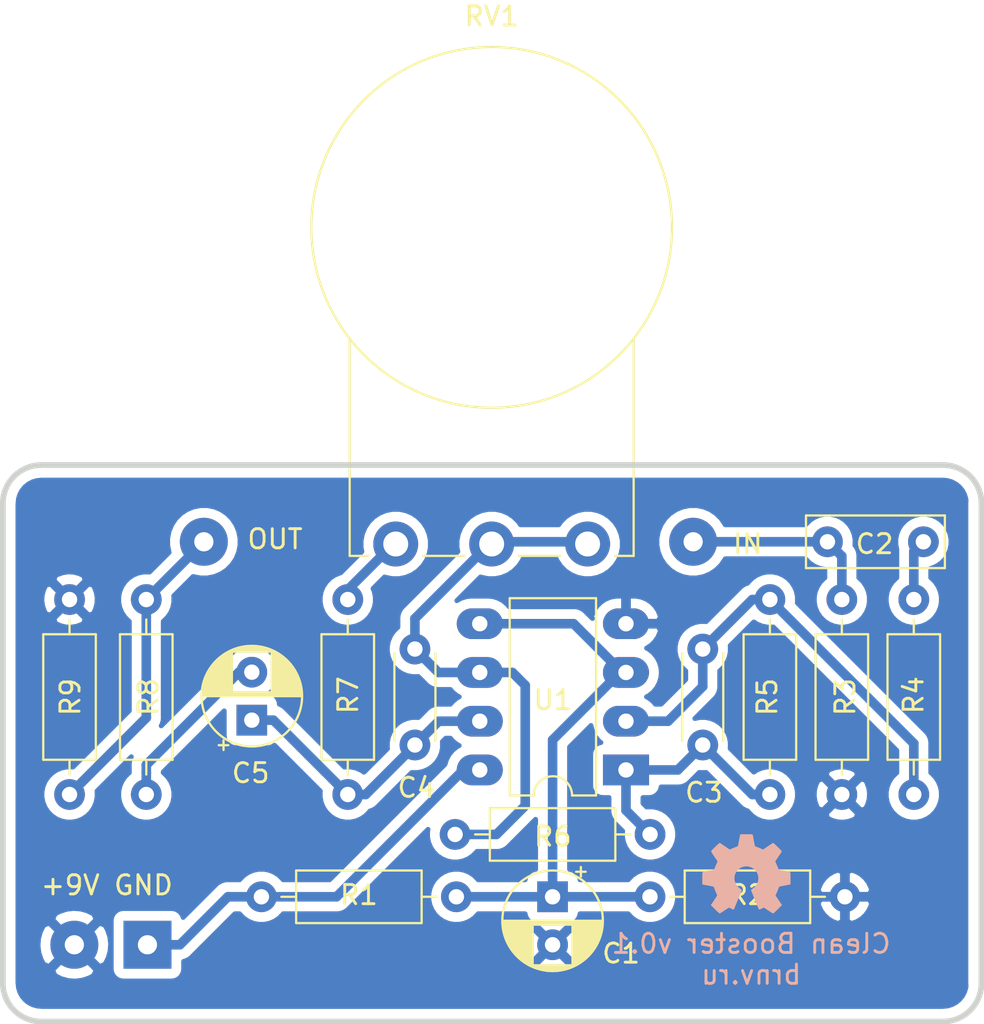
<source format=kicad_pcb>
(kicad_pcb (version 20171130) (host pcbnew "(5.1.5-0-10_14)")

  (general
    (thickness 1.6)
    (drawings 13)
    (tracks 60)
    (zones 0)
    (modules 20)
    (nets 13)
  )

  (page A4)
  (title_block
    (title "Clean Booster")
    (date 2020-08-09)
    (rev 1)
  )

  (layers
    (0 F.Cu signal)
    (31 B.Cu signal)
    (32 B.Adhes user)
    (33 F.Adhes user)
    (34 B.Paste user)
    (35 F.Paste user)
    (36 B.SilkS user)
    (37 F.SilkS user)
    (38 B.Mask user)
    (39 F.Mask user)
    (40 Dwgs.User user)
    (41 Cmts.User user)
    (42 Eco1.User user)
    (43 Eco2.User user)
    (44 Edge.Cuts user)
    (45 Margin user)
    (46 B.CrtYd user)
    (47 F.CrtYd user)
    (48 B.Fab user)
    (49 F.Fab user)
  )

  (setup
    (last_trace_width 0.5)
    (trace_clearance 0.5)
    (zone_clearance 0.508)
    (zone_45_only no)
    (trace_min 0.2)
    (via_size 0.8)
    (via_drill 0.4)
    (via_min_size 0.4)
    (via_min_drill 0.3)
    (uvia_size 0.3)
    (uvia_drill 0.1)
    (uvias_allowed no)
    (uvia_min_size 0.2)
    (uvia_min_drill 0.1)
    (edge_width 0.05)
    (segment_width 0.2)
    (pcb_text_width 0.3)
    (pcb_text_size 1.5 1.5)
    (mod_edge_width 0.12)
    (mod_text_size 1 1)
    (mod_text_width 0.15)
    (pad_size 1.524 1.524)
    (pad_drill 0.762)
    (pad_to_mask_clearance 0.051)
    (solder_mask_min_width 0.25)
    (aux_axis_origin 0 0)
    (grid_origin 117.388 83.768)
    (visible_elements FFFFFF7F)
    (pcbplotparams
      (layerselection 0x000f0_ffffffff)
      (usegerberextensions false)
      (usegerberattributes false)
      (usegerberadvancedattributes false)
      (creategerberjobfile false)
      (excludeedgelayer false)
      (linewidth 0.100000)
      (plotframeref false)
      (viasonmask false)
      (mode 1)
      (useauxorigin false)
      (hpglpennumber 1)
      (hpglpenspeed 20)
      (hpglpendiameter 15.000000)
      (psnegative false)
      (psa4output false)
      (plotreference true)
      (plotvalue true)
      (plotinvisibletext false)
      (padsonsilk false)
      (subtractmaskfromsilk false)
      (outputformat 1)
      (mirror false)
      (drillshape 0)
      (scaleselection 1)
      (outputdirectory "fab"))
  )

  (net 0 "")
  (net 1 GND)
  (net 2 /VREF)
  (net 3 /IN)
  (net 4 "Net-(C2-Pad1)")
  (net 5 "Net-(C3-Pad2)")
  (net 6 "Net-(C3-Pad1)")
  (net 7 "Net-(C4-Pad2)")
  (net 8 "Net-(C4-Pad1)")
  (net 9 "Net-(C5-Pad2)")
  (net 10 /OUT)
  (net 11 +9V)
  (net 12 "Net-(R7-Pad2)")

  (net_class Default "This is the default net class."
    (clearance 0.5)
    (trace_width 0.5)
    (via_dia 0.8)
    (via_drill 0.4)
    (uvia_dia 0.3)
    (uvia_drill 0.1)
    (add_net +9V)
    (add_net /IN)
    (add_net /OUT)
    (add_net /VREF)
    (add_net GND)
    (add_net "Net-(C2-Pad1)")
    (add_net "Net-(C3-Pad1)")
    (add_net "Net-(C3-Pad2)")
    (add_net "Net-(C4-Pad1)")
    (add_net "Net-(C4-Pad2)")
    (add_net "Net-(C5-Pad2)")
    (add_net "Net-(R7-Pad2)")
  )

  (module Symbol:OSHW-Logo2_7.3x6mm_BottomSilkScreen_NoText (layer F.Cu) (tedit 5F307004) (tstamp 5F315F0E)
    (at 156.138 105.768)
    (descr "Open Source Hardware Symbol")
    (tags "Logo Symbol OSHW")
    (attr virtual)
    (fp_text reference REF** (at 0 0) (layer F.SilkS) hide
      (effects (font (size 1 1) (thickness 0.15)))
    )
    (fp_text value OSHW-Logo2_7.3x6mm_BottomSilkScreen_NoText (at 0.75 0) (layer F.Fab) hide
      (effects (font (size 1 1) (thickness 0.15)))
    )
    (fp_poly (pts (xy 0.10391 -2.757652) (xy 0.182454 -2.757222) (xy 0.239298 -2.756058) (xy 0.278105 -2.753793)
      (xy 0.302538 -2.75006) (xy 0.316262 -2.744494) (xy 0.32294 -2.736727) (xy 0.326236 -2.726395)
      (xy 0.326556 -2.725057) (xy 0.331562 -2.700921) (xy 0.340829 -2.653299) (xy 0.353392 -2.587259)
      (xy 0.368287 -2.507872) (xy 0.384551 -2.420204) (xy 0.385119 -2.417125) (xy 0.40141 -2.331211)
      (xy 0.416652 -2.255304) (xy 0.429861 -2.193955) (xy 0.440054 -2.151718) (xy 0.446248 -2.133145)
      (xy 0.446543 -2.132816) (xy 0.464788 -2.123747) (xy 0.502405 -2.108633) (xy 0.551271 -2.090738)
      (xy 0.551543 -2.090642) (xy 0.613093 -2.067507) (xy 0.685657 -2.038035) (xy 0.754057 -2.008403)
      (xy 0.757294 -2.006938) (xy 0.868702 -1.956374) (xy 1.115399 -2.12484) (xy 1.191077 -2.176197)
      (xy 1.259631 -2.222111) (xy 1.317088 -2.25997) (xy 1.359476 -2.287163) (xy 1.382825 -2.301079)
      (xy 1.385042 -2.302111) (xy 1.40201 -2.297516) (xy 1.433701 -2.275345) (xy 1.481352 -2.234553)
      (xy 1.546198 -2.174095) (xy 1.612397 -2.109773) (xy 1.676214 -2.046388) (xy 1.733329 -1.988549)
      (xy 1.780305 -1.939825) (xy 1.813703 -1.90379) (xy 1.830085 -1.884016) (xy 1.830694 -1.882998)
      (xy 1.832505 -1.869428) (xy 1.825683 -1.847267) (xy 1.80854 -1.813522) (xy 1.779393 -1.7652)
      (xy 1.736555 -1.699308) (xy 1.679448 -1.614483) (xy 1.628766 -1.539823) (xy 1.583461 -1.47286)
      (xy 1.54615 -1.417484) (xy 1.519452 -1.37758) (xy 1.505985 -1.357038) (xy 1.505137 -1.355644)
      (xy 1.506781 -1.335962) (xy 1.519245 -1.297707) (xy 1.540048 -1.248111) (xy 1.547462 -1.232272)
      (xy 1.579814 -1.16171) (xy 1.614328 -1.081647) (xy 1.642365 -1.012371) (xy 1.662568 -0.960955)
      (xy 1.678615 -0.921881) (xy 1.687888 -0.901459) (xy 1.689041 -0.899886) (xy 1.706096 -0.897279)
      (xy 1.746298 -0.890137) (xy 1.804302 -0.879477) (xy 1.874763 -0.866315) (xy 1.952335 -0.851667)
      (xy 2.031672 -0.836551) (xy 2.107431 -0.821982) (xy 2.174264 -0.808978) (xy 2.226828 -0.798555)
      (xy 2.259776 -0.79173) (xy 2.267857 -0.789801) (xy 2.276205 -0.785038) (xy 2.282506 -0.774282)
      (xy 2.287045 -0.753902) (xy 2.290104 -0.720266) (xy 2.291967 -0.669745) (xy 2.292918 -0.598708)
      (xy 2.29324 -0.503524) (xy 2.293257 -0.464508) (xy 2.293257 -0.147201) (xy 2.217057 -0.132161)
      (xy 2.174663 -0.124005) (xy 2.1114 -0.112101) (xy 2.034962 -0.097884) (xy 1.953043 -0.08279)
      (xy 1.9304 -0.078645) (xy 1.854806 -0.063947) (xy 1.788953 -0.049495) (xy 1.738366 -0.036625)
      (xy 1.708574 -0.026678) (xy 1.703612 -0.023713) (xy 1.691426 -0.002717) (xy 1.673953 0.037967)
      (xy 1.654577 0.090322) (xy 1.650734 0.1016) (xy 1.625339 0.171523) (xy 1.593817 0.250418)
      (xy 1.562969 0.321266) (xy 1.562817 0.321595) (xy 1.511447 0.432733) (xy 1.680399 0.681253)
      (xy 1.849352 0.929772) (xy 1.632429 1.147058) (xy 1.566819 1.211726) (xy 1.506979 1.268733)
      (xy 1.456267 1.315033) (xy 1.418046 1.347584) (xy 1.395675 1.363343) (xy 1.392466 1.364343)
      (xy 1.373626 1.356469) (xy 1.33518 1.334578) (xy 1.28133 1.301267) (xy 1.216276 1.259131)
      (xy 1.14594 1.211943) (xy 1.074555 1.16381) (xy 1.010908 1.121928) (xy 0.959041 1.088871)
      (xy 0.922995 1.067218) (xy 0.906867 1.059543) (xy 0.887189 1.066037) (xy 0.849875 1.08315)
      (xy 0.802621 1.107326) (xy 0.797612 1.110013) (xy 0.733977 1.141927) (xy 0.690341 1.157579)
      (xy 0.663202 1.157745) (xy 0.649057 1.143204) (xy 0.648975 1.143) (xy 0.641905 1.125779)
      (xy 0.625042 1.084899) (xy 0.599695 1.023525) (xy 0.567171 0.944819) (xy 0.528778 0.851947)
      (xy 0.485822 0.748072) (xy 0.444222 0.647502) (xy 0.398504 0.536516) (xy 0.356526 0.433703)
      (xy 0.319548 0.342215) (xy 0.288827 0.265201) (xy 0.265622 0.205815) (xy 0.25119 0.167209)
      (xy 0.246743 0.1528) (xy 0.257896 0.136272) (xy 0.287069 0.10993) (xy 0.325971 0.080887)
      (xy 0.436757 -0.010961) (xy 0.523351 -0.116241) (xy 0.584716 -0.232734) (xy 0.619815 -0.358224)
      (xy 0.627608 -0.490493) (xy 0.621943 -0.551543) (xy 0.591078 -0.678205) (xy 0.53792 -0.790059)
      (xy 0.465767 -0.885999) (xy 0.377917 -0.964924) (xy 0.277665 -1.02573) (xy 0.16831 -1.067313)
      (xy 0.053147 -1.088572) (xy -0.064525 -1.088401) (xy -0.18141 -1.065699) (xy -0.294211 -1.019362)
      (xy -0.399631 -0.948287) (xy -0.443632 -0.908089) (xy -0.528021 -0.804871) (xy -0.586778 -0.692075)
      (xy -0.620296 -0.57299) (xy -0.628965 -0.450905) (xy -0.613177 -0.329107) (xy -0.573322 -0.210884)
      (xy -0.509793 -0.099525) (xy -0.422979 0.001684) (xy -0.325971 0.080887) (xy -0.285563 0.111162)
      (xy -0.257018 0.137219) (xy -0.246743 0.152825) (xy -0.252123 0.169843) (xy -0.267425 0.2105)
      (xy -0.291388 0.271642) (xy -0.322756 0.350119) (xy -0.360268 0.44278) (xy -0.402667 0.546472)
      (xy -0.444337 0.647526) (xy -0.49031 0.758607) (xy -0.532893 0.861541) (xy -0.570779 0.953165)
      (xy -0.60266 1.030316) (xy -0.627229 1.089831) (xy -0.64318 1.128544) (xy -0.64909 1.143)
      (xy -0.663052 1.157685) (xy -0.69006 1.157642) (xy -0.733587 1.142099) (xy -0.79711 1.110284)
      (xy -0.797612 1.110013) (xy -0.84544 1.085323) (xy -0.884103 1.067338) (xy -0.905905 1.059614)
      (xy -0.906867 1.059543) (xy -0.923279 1.067378) (xy -0.959513 1.089165) (xy -1.011526 1.122328)
      (xy -1.075275 1.164291) (xy -1.14594 1.211943) (xy -1.217884 1.260191) (xy -1.282726 1.302151)
      (xy -1.336265 1.335227) (xy -1.374303 1.356821) (xy -1.392467 1.364343) (xy -1.409192 1.354457)
      (xy -1.44282 1.326826) (xy -1.48999 1.284495) (xy -1.547342 1.230505) (xy -1.611516 1.167899)
      (xy -1.632503 1.146983) (xy -1.849501 0.929623) (xy -1.684332 0.68722) (xy -1.634136 0.612781)
      (xy -1.590081 0.545972) (xy -1.554638 0.490665) (xy -1.530281 0.450729) (xy -1.519478 0.430036)
      (xy -1.519162 0.428563) (xy -1.524857 0.409058) (xy -1.540174 0.369822) (xy -1.562463 0.31743)
      (xy -1.578107 0.282355) (xy -1.607359 0.215201) (xy -1.634906 0.147358) (xy -1.656263 0.090034)
      (xy -1.662065 0.072572) (xy -1.678548 0.025938) (xy -1.69466 -0.010095) (xy -1.70351 -0.023713)
      (xy -1.72304 -0.032048) (xy -1.765666 -0.043863) (xy -1.825855 -0.057819) (xy -1.898078 -0.072578)
      (xy -1.9304 -0.078645) (xy -2.012478 -0.093727) (xy -2.091205 -0.108331) (xy -2.158891 -0.12102)
      (xy -2.20784 -0.130358) (xy -2.217057 -0.132161) (xy -2.293257 -0.147201) (xy -2.293257 -0.464508)
      (xy -2.293086 -0.568846) (xy -2.292384 -0.647787) (xy -2.290866 -0.704962) (xy -2.288251 -0.744001)
      (xy -2.284254 -0.768535) (xy -2.278591 -0.782195) (xy -2.27098 -0.788611) (xy -2.267857 -0.789801)
      (xy -2.249022 -0.79402) (xy -2.207412 -0.802438) (xy -2.14837 -0.814039) (xy -2.077243 -0.827805)
      (xy -1.999375 -0.84272) (xy -1.920113 -0.857768) (xy -1.844802 -0.871931) (xy -1.778787 -0.884194)
      (xy -1.727413 -0.893539) (xy -1.696025 -0.89895) (xy -1.689041 -0.899886) (xy -1.682715 -0.912404)
      (xy -1.66871 -0.945754) (xy -1.649645 -0.993623) (xy -1.642366 -1.012371) (xy -1.613004 -1.084805)
      (xy -1.578429 -1.16483) (xy -1.547463 -1.232272) (xy -1.524677 -1.283841) (xy -1.509518 -1.326215)
      (xy -1.504458 -1.352166) (xy -1.505264 -1.355644) (xy -1.515959 -1.372064) (xy -1.54038 -1.408583)
      (xy -1.575905 -1.461313) (xy -1.619913 -1.526365) (xy -1.669783 -1.599849) (xy -1.679644 -1.614355)
      (xy -1.737508 -1.700296) (xy -1.780044 -1.765739) (xy -1.808946 -1.813696) (xy -1.82591 -1.84718)
      (xy -1.832633 -1.869205) (xy -1.83081 -1.882783) (xy -1.830764 -1.882869) (xy -1.816414 -1.900703)
      (xy -1.784677 -1.935183) (xy -1.73899 -1.982732) (xy -1.682796 -2.039778) (xy -1.619532 -2.102745)
      (xy -1.612398 -2.109773) (xy -1.53267 -2.18698) (xy -1.471143 -2.24367) (xy -1.426579 -2.28089)
      (xy -1.397743 -2.299685) (xy -1.385042 -2.302111) (xy -1.366506 -2.291529) (xy -1.328039 -2.267084)
      (xy -1.273614 -2.231388) (xy -1.207202 -2.187053) (xy -1.132775 -2.136689) (xy -1.115399 -2.12484)
      (xy -0.868703 -1.956374) (xy -0.757294 -2.006938) (xy -0.689543 -2.036405) (xy -0.616817 -2.066041)
      (xy -0.554297 -2.08967) (xy -0.551543 -2.090642) (xy -0.50264 -2.108543) (xy -0.464943 -2.12368)
      (xy -0.446575 -2.13279) (xy -0.446544 -2.132816) (xy -0.440715 -2.149283) (xy -0.430808 -2.189781)
      (xy -0.417805 -2.249758) (xy -0.402691 -2.32466) (xy -0.386448 -2.409936) (xy -0.385119 -2.417125)
      (xy -0.368825 -2.504986) (xy -0.353867 -2.58474) (xy -0.341209 -2.651319) (xy -0.331814 -2.699653)
      (xy -0.326646 -2.724675) (xy -0.326556 -2.725057) (xy -0.323411 -2.735701) (xy -0.317296 -2.743738)
      (xy -0.304547 -2.749533) (xy -0.2815 -2.753453) (xy -0.244491 -2.755865) (xy -0.189856 -2.757135)
      (xy -0.113933 -2.757629) (xy -0.013056 -2.757714) (xy 0 -2.757714) (xy 0.10391 -2.757652)) (layer B.SilkS) (width 0.01))
  )

  (module Connector_Wire:SolderWirePad_1x01_Drill1mm (layer F.Cu) (tedit 5AEE5EBE) (tstamp 5F303D00)
    (at 127.862 87.768 180)
    (descr "Wire solder connection")
    (tags connector)
    (path /5F335944)
    (attr virtual)
    (fp_text reference J2 (at 0 -3.81) (layer F.SilkS) hide
      (effects (font (size 1 1) (thickness 0.15)))
    )
    (fp_text value OUT (at 0 3.175) (layer F.Fab)
      (effects (font (size 1 1) (thickness 0.15)))
    )
    (fp_line (start 1.75 1.75) (end -1.75 1.75) (layer F.CrtYd) (width 0.05))
    (fp_line (start 1.75 1.75) (end 1.75 -1.75) (layer F.CrtYd) (width 0.05))
    (fp_line (start -1.75 -1.75) (end -1.75 1.75) (layer F.CrtYd) (width 0.05))
    (fp_line (start -1.75 -1.75) (end 1.75 -1.75) (layer F.CrtYd) (width 0.05))
    (fp_text user %R (at 0 0) (layer F.Fab)
      (effects (font (size 1 1) (thickness 0.15)))
    )
    (pad 1 thru_hole circle (at 0 0 180) (size 2.49936 2.49936) (drill 1.00076) (layers *.Cu *.Mask)
      (net 10 /OUT))
  )

  (module Connector_Wire:SolderWirePad_1x01_Drill1mm (layer F.Cu) (tedit 5AEE5EBE) (tstamp 5F303CF5)
    (at 153.362 87.768 180)
    (descr "Wire solder connection")
    (tags connector)
    (path /5F3354F5)
    (attr virtual)
    (fp_text reference J1 (at 0 -3.81) (layer F.SilkS) hide
      (effects (font (size 1 1) (thickness 0.15)))
    )
    (fp_text value IN (at 0 3.175) (layer F.Fab)
      (effects (font (size 1 1) (thickness 0.15)))
    )
    (fp_line (start 1.75 1.75) (end -1.75 1.75) (layer F.CrtYd) (width 0.05))
    (fp_line (start 1.75 1.75) (end 1.75 -1.75) (layer F.CrtYd) (width 0.05))
    (fp_line (start -1.75 -1.75) (end -1.75 1.75) (layer F.CrtYd) (width 0.05))
    (fp_line (start -1.75 -1.75) (end 1.75 -1.75) (layer F.CrtYd) (width 0.05))
    (fp_text user %R (at 0 0) (layer F.Fab)
      (effects (font (size 1 1) (thickness 0.15)))
    )
    (pad 1 thru_hole circle (at 0 0 180) (size 2.49936 2.49936) (drill 1.00076) (layers *.Cu *.Mask)
      (net 3 /IN))
  )

  (module Connector_Wire:SolderWirePad_1x02_P3.81mm_Drill1mm (layer F.Cu) (tedit 5AEE5F04) (tstamp 5F3050E1)
    (at 124.922 108.768 180)
    (descr "Wire solder connection")
    (tags connector)
    (path /5F3445C4)
    (attr virtual)
    (fp_text reference J3 (at 1.905 3.358) (layer F.SilkS) hide
      (effects (font (size 1 1) (thickness 0.15)))
    )
    (fp_text value PWR (at 1.905 3.81) (layer F.Fab)
      (effects (font (size 1 1) (thickness 0.15)))
    )
    (fp_line (start 5.56 1.75) (end -1.74 1.75) (layer F.CrtYd) (width 0.05))
    (fp_line (start 5.56 1.75) (end 5.56 -1.75) (layer F.CrtYd) (width 0.05))
    (fp_line (start -1.74 -1.75) (end -1.74 1.75) (layer F.CrtYd) (width 0.05))
    (fp_line (start -1.74 -1.75) (end 5.56 -1.75) (layer F.CrtYd) (width 0.05))
    (fp_text user %R (at 1.905 0) (layer F.Fab)
      (effects (font (size 1 1) (thickness 0.15)))
    )
    (pad 2 thru_hole circle (at 3.81 0 180) (size 2.49936 2.49936) (drill 1.00076) (layers *.Cu *.Mask)
      (net 1 GND))
    (pad 1 thru_hole rect (at 0 0 180) (size 2.49936 2.49936) (drill 1.00076) (layers *.Cu *.Mask)
      (net 11 +9V))
  )

  (module Package_DIP:DIP-8_W7.62mm_LongPads (layer F.Cu) (tedit 5A02E8C5) (tstamp 5F303E06)
    (at 149.862 99.658 180)
    (descr "8-lead though-hole mounted DIP package, row spacing 7.62 mm (300 mils), LongPads")
    (tags "THT DIP DIL PDIP 2.54mm 7.62mm 300mil LongPads")
    (path /5F314B76)
    (fp_text reference U1 (at 3.81 3.646) (layer F.SilkS)
      (effects (font (size 1 1) (thickness 0.15)))
    )
    (fp_text value TL072 (at 3.81 9.95) (layer F.Fab)
      (effects (font (size 1 1) (thickness 0.15)))
    )
    (fp_text user %R (at 3.81 3.81) (layer F.Fab)
      (effects (font (size 1 1) (thickness 0.15)))
    )
    (fp_line (start 9.1 -1.55) (end -1.45 -1.55) (layer F.CrtYd) (width 0.05))
    (fp_line (start 9.1 9.15) (end 9.1 -1.55) (layer F.CrtYd) (width 0.05))
    (fp_line (start -1.45 9.15) (end 9.1 9.15) (layer F.CrtYd) (width 0.05))
    (fp_line (start -1.45 -1.55) (end -1.45 9.15) (layer F.CrtYd) (width 0.05))
    (fp_line (start 6.06 -1.33) (end 4.81 -1.33) (layer F.SilkS) (width 0.12))
    (fp_line (start 6.06 8.95) (end 6.06 -1.33) (layer F.SilkS) (width 0.12))
    (fp_line (start 1.56 8.95) (end 6.06 8.95) (layer F.SilkS) (width 0.12))
    (fp_line (start 1.56 -1.33) (end 1.56 8.95) (layer F.SilkS) (width 0.12))
    (fp_line (start 2.81 -1.33) (end 1.56 -1.33) (layer F.SilkS) (width 0.12))
    (fp_line (start 0.635 -0.27) (end 1.635 -1.27) (layer F.Fab) (width 0.1))
    (fp_line (start 0.635 8.89) (end 0.635 -0.27) (layer F.Fab) (width 0.1))
    (fp_line (start 6.985 8.89) (end 0.635 8.89) (layer F.Fab) (width 0.1))
    (fp_line (start 6.985 -1.27) (end 6.985 8.89) (layer F.Fab) (width 0.1))
    (fp_line (start 1.635 -1.27) (end 6.985 -1.27) (layer F.Fab) (width 0.1))
    (fp_arc (start 3.81 -1.33) (end 2.81 -1.33) (angle -180) (layer F.SilkS) (width 0.12))
    (pad 8 thru_hole oval (at 7.62 0 180) (size 2.4 1.6) (drill 0.8) (layers *.Cu *.Mask)
      (net 11 +9V))
    (pad 4 thru_hole oval (at 0 7.62 180) (size 2.4 1.6) (drill 0.8) (layers *.Cu *.Mask)
      (net 1 GND))
    (pad 7 thru_hole oval (at 7.62 2.54 180) (size 2.4 1.6) (drill 0.8) (layers *.Cu *.Mask)
      (net 8 "Net-(C4-Pad1)"))
    (pad 3 thru_hole oval (at 0 5.08 180) (size 2.4 1.6) (drill 0.8) (layers *.Cu *.Mask)
      (net 2 /VREF))
    (pad 6 thru_hole oval (at 7.62 5.08 180) (size 2.4 1.6) (drill 0.8) (layers *.Cu *.Mask)
      (net 7 "Net-(C4-Pad2)"))
    (pad 2 thru_hole oval (at 0 2.54 180) (size 2.4 1.6) (drill 0.8) (layers *.Cu *.Mask)
      (net 5 "Net-(C3-Pad2)"))
    (pad 5 thru_hole oval (at 7.62 7.62 180) (size 2.4 1.6) (drill 0.8) (layers *.Cu *.Mask)
      (net 2 /VREF))
    (pad 1 thru_hole rect (at 0 0 180) (size 2.4 1.6) (drill 0.8) (layers *.Cu *.Mask)
      (net 6 "Net-(C3-Pad1)"))
    (model ${KISYS3DMOD}/Package_DIP.3dshapes/DIP-8_W7.62mm.wrl
      (at (xyz 0 0 0))
      (scale (xyz 1 1 1))
      (rotate (xyz 0 0 0))
    )
  )

  (module Stompbox_Parts:Potentiometer_Alpha_RV16AF_Single_Vertical_PCB_Mount (layer F.Cu) (tedit 5E63F999) (tstamp 5F303DEA)
    (at 142.862 87.884)
    (descr "Potentiometer, vertical, shaft hole, Piher T-16L Single, http://www.piher-nacesa.com/pdf/22-T16v03.pdf")
    (tags "Potentiometer vertical hole Piher T-16L Single")
    (path /5F32CB63)
    (fp_text reference RV1 (at 0 -27.5) (layer F.SilkS)
      (effects (font (size 1 1) (thickness 0.15)))
    )
    (fp_text value 50KB (at 0 4) (layer F.Fab)
      (effects (font (size 1 1) (thickness 0.15)))
    )
    (fp_line (start -9.5 -26) (end 9.5 -26) (layer F.CrtYd) (width 0.12))
    (fp_line (start 9.5 -10) (end 9.5 -26) (layer F.CrtYd) (width 0.12))
    (fp_line (start -9.5 -10) (end -9.5 -26) (layer F.CrtYd) (width 0.12))
    (fp_line (start -7.5 -10) (end -9.5 -10) (layer F.CrtYd) (width 0.12))
    (fp_line (start 7.5 -10) (end 9.5 -10) (layer F.CrtYd) (width 0.12))
    (fp_line (start 7.5 1.5) (end 7.5 -10) (layer F.CrtYd) (width 0.12))
    (fp_line (start -7.5 1.5) (end 7.5 1.5) (layer F.CrtYd) (width 0.12))
    (fp_line (start -7.5 -10) (end -7.5 1.5) (layer F.CrtYd) (width 0.12))
    (fp_text user %R (at 0 -16.5 180) (layer F.Fab)
      (effects (font (size 1 1) (thickness 0.15)))
    )
    (fp_line (start 7.4 0.62) (end 7.4 -10.7) (layer F.SilkS) (width 0.12))
    (fp_line (start 6.425 0.62) (end 7.4 0.62) (layer F.SilkS) (width 0.12))
    (fp_line (start 1.425 0.62) (end 3.575 0.62) (layer F.SilkS) (width 0.12))
    (fp_line (start -3.574 0.62) (end -1.425 0.62) (layer F.SilkS) (width 0.12))
    (fp_line (start -7.4 0.62) (end -6.426 0.62) (layer F.SilkS) (width 0.12))
    (fp_line (start -7.4 0.62) (end -7.4 -10.7) (layer F.SilkS) (width 0.12))
    (fp_line (start 7.2 0.5) (end 7.2 -10.7) (layer F.Fab) (width 0.1))
    (fp_line (start -7.2 0.5) (end 7.2 0.5) (layer F.Fab) (width 0.1))
    (fp_line (start -7.2 -10.7) (end -7.2 0.5) (layer F.Fab) (width 0.1))
    (fp_circle (center 0 -16.5) (end 9.4 -16.5) (layer F.SilkS) (width 0.12))
    (fp_circle (center 0 -16.5) (end 9.25 -16.5) (layer F.Fab) (width 0.1))
    (pad 3 thru_hole circle (at 5 0 90) (size 2.34 2.34) (drill 1.3) (layers *.Cu *.Mask)
      (net 7 "Net-(C4-Pad2)"))
    (pad 2 thru_hole circle (at 0 0 90) (size 2.34 2.34) (drill 1.3) (layers *.Cu *.Mask)
      (net 7 "Net-(C4-Pad2)"))
    (pad 1 thru_hole circle (at -5 0 90) (size 2.34 2.34) (drill 1.3) (layers *.Cu *.Mask)
      (net 12 "Net-(R7-Pad2)"))
    (model ${KISYS3DMOD}/Potentiometer_THT.3dshapes/Potentiometer_Piher_T-16L_Single_Vertical_Hole.wrl
      (at (xyz 0 0 0))
      (scale (xyz 1 1 1))
      (rotate (xyz 0 0 0))
    )
  )

  (module Resistor_THT:R_Axial_DIN0207_L6.3mm_D2.5mm_P10.16mm_Horizontal (layer F.Cu) (tedit 5AE5139B) (tstamp 5F303DCF)
    (at 120.862 90.778 270)
    (descr "Resistor, Axial_DIN0207 series, Axial, Horizontal, pin pitch=10.16mm, 0.25W = 1/4W, length*diameter=6.3*2.5mm^2, http://cdn-reichelt.de/documents/datenblatt/B400/1_4W%23YAG.pdf")
    (tags "Resistor Axial_DIN0207 series Axial Horizontal pin pitch 10.16mm 0.25W = 1/4W length 6.3mm diameter 2.5mm")
    (path /5F31DCA4)
    (fp_text reference R9 (at 5.08 -0.042 90) (layer F.SilkS)
      (effects (font (size 1 1) (thickness 0.15)))
    )
    (fp_text value 100K (at 5.08 0 90) (layer F.Fab)
      (effects (font (size 1 1) (thickness 0.15)))
    )
    (fp_text user %R (at 5.08 0 90) (layer F.Fab) hide
      (effects (font (size 1 1) (thickness 0.15)))
    )
    (fp_line (start 11.21 -1.5) (end -1.05 -1.5) (layer F.CrtYd) (width 0.05))
    (fp_line (start 11.21 1.5) (end 11.21 -1.5) (layer F.CrtYd) (width 0.05))
    (fp_line (start -1.05 1.5) (end 11.21 1.5) (layer F.CrtYd) (width 0.05))
    (fp_line (start -1.05 -1.5) (end -1.05 1.5) (layer F.CrtYd) (width 0.05))
    (fp_line (start 9.12 0) (end 8.35 0) (layer F.SilkS) (width 0.12))
    (fp_line (start 1.04 0) (end 1.81 0) (layer F.SilkS) (width 0.12))
    (fp_line (start 8.35 -1.37) (end 1.81 -1.37) (layer F.SilkS) (width 0.12))
    (fp_line (start 8.35 1.37) (end 8.35 -1.37) (layer F.SilkS) (width 0.12))
    (fp_line (start 1.81 1.37) (end 8.35 1.37) (layer F.SilkS) (width 0.12))
    (fp_line (start 1.81 -1.37) (end 1.81 1.37) (layer F.SilkS) (width 0.12))
    (fp_line (start 10.16 0) (end 8.23 0) (layer F.Fab) (width 0.1))
    (fp_line (start 0 0) (end 1.93 0) (layer F.Fab) (width 0.1))
    (fp_line (start 8.23 -1.25) (end 1.93 -1.25) (layer F.Fab) (width 0.1))
    (fp_line (start 8.23 1.25) (end 8.23 -1.25) (layer F.Fab) (width 0.1))
    (fp_line (start 1.93 1.25) (end 8.23 1.25) (layer F.Fab) (width 0.1))
    (fp_line (start 1.93 -1.25) (end 1.93 1.25) (layer F.Fab) (width 0.1))
    (pad 2 thru_hole oval (at 10.16 0 270) (size 1.6 1.6) (drill 0.8) (layers *.Cu *.Mask)
      (net 10 /OUT))
    (pad 1 thru_hole circle (at 0 0 270) (size 1.6 1.6) (drill 0.8) (layers *.Cu *.Mask)
      (net 1 GND))
    (model ${KISYS3DMOD}/Resistor_THT.3dshapes/R_Axial_DIN0207_L6.3mm_D2.5mm_P10.16mm_Horizontal.wrl
      (at (xyz 0 0 0))
      (scale (xyz 1 1 1))
      (rotate (xyz 0 0 0))
    )
  )

  (module Resistor_THT:R_Axial_DIN0207_L6.3mm_D2.5mm_P10.16mm_Horizontal (layer F.Cu) (tedit 5AE5139B) (tstamp 5F303DB8)
    (at 124.862 90.778 270)
    (descr "Resistor, Axial_DIN0207 series, Axial, Horizontal, pin pitch=10.16mm, 0.25W = 1/4W, length*diameter=6.3*2.5mm^2, http://cdn-reichelt.de/documents/datenblatt/B400/1_4W%23YAG.pdf")
    (tags "Resistor Axial_DIN0207 series Axial Horizontal pin pitch 10.16mm 0.25W = 1/4W length 6.3mm diameter 2.5mm")
    (path /5F31D917)
    (fp_text reference R8 (at 5.08 -0.106 90) (layer F.SilkS)
      (effects (font (size 1 1) (thickness 0.15)))
    )
    (fp_text value 1K (at 5.08 0 90) (layer F.Fab)
      (effects (font (size 1 1) (thickness 0.15)))
    )
    (fp_text user %R (at 5.08 0 90) (layer F.Fab) hide
      (effects (font (size 1 1) (thickness 0.15)))
    )
    (fp_line (start 11.21 -1.5) (end -1.05 -1.5) (layer F.CrtYd) (width 0.05))
    (fp_line (start 11.21 1.5) (end 11.21 -1.5) (layer F.CrtYd) (width 0.05))
    (fp_line (start -1.05 1.5) (end 11.21 1.5) (layer F.CrtYd) (width 0.05))
    (fp_line (start -1.05 -1.5) (end -1.05 1.5) (layer F.CrtYd) (width 0.05))
    (fp_line (start 9.12 0) (end 8.35 0) (layer F.SilkS) (width 0.12))
    (fp_line (start 1.04 0) (end 1.81 0) (layer F.SilkS) (width 0.12))
    (fp_line (start 8.35 -1.37) (end 1.81 -1.37) (layer F.SilkS) (width 0.12))
    (fp_line (start 8.35 1.37) (end 8.35 -1.37) (layer F.SilkS) (width 0.12))
    (fp_line (start 1.81 1.37) (end 8.35 1.37) (layer F.SilkS) (width 0.12))
    (fp_line (start 1.81 -1.37) (end 1.81 1.37) (layer F.SilkS) (width 0.12))
    (fp_line (start 10.16 0) (end 8.23 0) (layer F.Fab) (width 0.1))
    (fp_line (start 0 0) (end 1.93 0) (layer F.Fab) (width 0.1))
    (fp_line (start 8.23 -1.25) (end 1.93 -1.25) (layer F.Fab) (width 0.1))
    (fp_line (start 8.23 1.25) (end 8.23 -1.25) (layer F.Fab) (width 0.1))
    (fp_line (start 1.93 1.25) (end 8.23 1.25) (layer F.Fab) (width 0.1))
    (fp_line (start 1.93 -1.25) (end 1.93 1.25) (layer F.Fab) (width 0.1))
    (pad 2 thru_hole oval (at 10.16 0 270) (size 1.6 1.6) (drill 0.8) (layers *.Cu *.Mask)
      (net 9 "Net-(C5-Pad2)"))
    (pad 1 thru_hole circle (at 0 0 270) (size 1.6 1.6) (drill 0.8) (layers *.Cu *.Mask)
      (net 10 /OUT))
    (model ${KISYS3DMOD}/Resistor_THT.3dshapes/R_Axial_DIN0207_L6.3mm_D2.5mm_P10.16mm_Horizontal.wrl
      (at (xyz 0 0 0))
      (scale (xyz 1 1 1))
      (rotate (xyz 0 0 0))
    )
  )

  (module Resistor_THT:R_Axial_DIN0207_L6.3mm_D2.5mm_P10.16mm_Horizontal (layer F.Cu) (tedit 5AE5139B) (tstamp 5F303DA1)
    (at 135.362 100.938 90)
    (descr "Resistor, Axial_DIN0207 series, Axial, Horizontal, pin pitch=10.16mm, 0.25W = 1/4W, length*diameter=6.3*2.5mm^2, http://cdn-reichelt.de/documents/datenblatt/B400/1_4W%23YAG.pdf")
    (tags "Resistor Axial_DIN0207 series Axial Horizontal pin pitch 10.16mm 0.25W = 1/4W length 6.3mm diameter 2.5mm")
    (path /5F31CE86)
    (fp_text reference R7 (at 5.18 0.02 90) (layer F.SilkS)
      (effects (font (size 1 1) (thickness 0.15)))
    )
    (fp_text value 10K (at 5.08 0 90) (layer F.Fab)
      (effects (font (size 1 1) (thickness 0.15)))
    )
    (fp_text user %R (at 5.08 0 90) (layer F.Fab) hide
      (effects (font (size 1 1) (thickness 0.15)))
    )
    (fp_line (start 11.21 -1.5) (end -1.05 -1.5) (layer F.CrtYd) (width 0.05))
    (fp_line (start 11.21 1.5) (end 11.21 -1.5) (layer F.CrtYd) (width 0.05))
    (fp_line (start -1.05 1.5) (end 11.21 1.5) (layer F.CrtYd) (width 0.05))
    (fp_line (start -1.05 -1.5) (end -1.05 1.5) (layer F.CrtYd) (width 0.05))
    (fp_line (start 9.12 0) (end 8.35 0) (layer F.SilkS) (width 0.12))
    (fp_line (start 1.04 0) (end 1.81 0) (layer F.SilkS) (width 0.12))
    (fp_line (start 8.35 -1.37) (end 1.81 -1.37) (layer F.SilkS) (width 0.12))
    (fp_line (start 8.35 1.37) (end 8.35 -1.37) (layer F.SilkS) (width 0.12))
    (fp_line (start 1.81 1.37) (end 8.35 1.37) (layer F.SilkS) (width 0.12))
    (fp_line (start 1.81 -1.37) (end 1.81 1.37) (layer F.SilkS) (width 0.12))
    (fp_line (start 10.16 0) (end 8.23 0) (layer F.Fab) (width 0.1))
    (fp_line (start 0 0) (end 1.93 0) (layer F.Fab) (width 0.1))
    (fp_line (start 8.23 -1.25) (end 1.93 -1.25) (layer F.Fab) (width 0.1))
    (fp_line (start 8.23 1.25) (end 8.23 -1.25) (layer F.Fab) (width 0.1))
    (fp_line (start 1.93 1.25) (end 8.23 1.25) (layer F.Fab) (width 0.1))
    (fp_line (start 1.93 -1.25) (end 1.93 1.25) (layer F.Fab) (width 0.1))
    (pad 2 thru_hole oval (at 10.16 0 90) (size 1.6 1.6) (drill 0.8) (layers *.Cu *.Mask)
      (net 12 "Net-(R7-Pad2)"))
    (pad 1 thru_hole circle (at 0 0 90) (size 1.6 1.6) (drill 0.8) (layers *.Cu *.Mask)
      (net 8 "Net-(C4-Pad1)"))
    (model ${KISYS3DMOD}/Resistor_THT.3dshapes/R_Axial_DIN0207_L6.3mm_D2.5mm_P10.16mm_Horizontal.wrl
      (at (xyz 0 0 0))
      (scale (xyz 1 1 1))
      (rotate (xyz 0 0 0))
    )
  )

  (module Resistor_THT:R_Axial_DIN0207_L6.3mm_D2.5mm_P10.16mm_Horizontal (layer F.Cu) (tedit 5AE5139B) (tstamp 5F30701D)
    (at 140.957 103.018)
    (descr "Resistor, Axial_DIN0207 series, Axial, Horizontal, pin pitch=10.16mm, 0.25W = 1/4W, length*diameter=6.3*2.5mm^2, http://cdn-reichelt.de/documents/datenblatt/B400/1_4W%23YAG.pdf")
    (tags "Resistor Axial_DIN0207 series Axial Horizontal pin pitch 10.16mm 0.25W = 1/4W length 6.3mm diameter 2.5mm")
    (path /5F31EE19)
    (fp_text reference R6 (at 5.093 0.106) (layer F.SilkS)
      (effects (font (size 1 1) (thickness 0.15)))
    )
    (fp_text value 20K (at 5.08 -0.25) (layer F.Fab)
      (effects (font (size 1 1) (thickness 0.15)))
    )
    (fp_text user %R (at 5.08 0) (layer F.Fab) hide
      (effects (font (size 1 1) (thickness 0.15)))
    )
    (fp_line (start 11.21 -1.5) (end -1.05 -1.5) (layer F.CrtYd) (width 0.05))
    (fp_line (start 11.21 1.5) (end 11.21 -1.5) (layer F.CrtYd) (width 0.05))
    (fp_line (start -1.05 1.5) (end 11.21 1.5) (layer F.CrtYd) (width 0.05))
    (fp_line (start -1.05 -1.5) (end -1.05 1.5) (layer F.CrtYd) (width 0.05))
    (fp_line (start 9.12 0) (end 8.35 0) (layer F.SilkS) (width 0.12))
    (fp_line (start 1.04 0) (end 1.81 0) (layer F.SilkS) (width 0.12))
    (fp_line (start 8.35 -1.37) (end 1.81 -1.37) (layer F.SilkS) (width 0.12))
    (fp_line (start 8.35 1.37) (end 8.35 -1.37) (layer F.SilkS) (width 0.12))
    (fp_line (start 1.81 1.37) (end 8.35 1.37) (layer F.SilkS) (width 0.12))
    (fp_line (start 1.81 -1.37) (end 1.81 1.37) (layer F.SilkS) (width 0.12))
    (fp_line (start 10.16 0) (end 8.23 0) (layer F.Fab) (width 0.1))
    (fp_line (start 0 0) (end 1.93 0) (layer F.Fab) (width 0.1))
    (fp_line (start 8.23 -1.25) (end 1.93 -1.25) (layer F.Fab) (width 0.1))
    (fp_line (start 8.23 1.25) (end 8.23 -1.25) (layer F.Fab) (width 0.1))
    (fp_line (start 1.93 1.25) (end 8.23 1.25) (layer F.Fab) (width 0.1))
    (fp_line (start 1.93 -1.25) (end 1.93 1.25) (layer F.Fab) (width 0.1))
    (pad 2 thru_hole oval (at 10.16 0) (size 1.6 1.6) (drill 0.8) (layers *.Cu *.Mask)
      (net 6 "Net-(C3-Pad1)"))
    (pad 1 thru_hole circle (at 0 0) (size 1.6 1.6) (drill 0.8) (layers *.Cu *.Mask)
      (net 7 "Net-(C4-Pad2)"))
    (model ${KISYS3DMOD}/Resistor_THT.3dshapes/R_Axial_DIN0207_L6.3mm_D2.5mm_P10.16mm_Horizontal.wrl
      (at (xyz 0 0 0))
      (scale (xyz 1 1 1))
      (rotate (xyz 0 0 0))
    )
  )

  (module Resistor_THT:R_Axial_DIN0207_L6.3mm_D2.5mm_P10.16mm_Horizontal (layer F.Cu) (tedit 5AE5139B) (tstamp 5F303D73)
    (at 157.362 100.938 90)
    (descr "Resistor, Axial_DIN0207 series, Axial, Horizontal, pin pitch=10.16mm, 0.25W = 1/4W, length*diameter=6.3*2.5mm^2, http://cdn-reichelt.de/documents/datenblatt/B400/1_4W%23YAG.pdf")
    (tags "Resistor Axial_DIN0207 series Axial Horizontal pin pitch 10.16mm 0.25W = 1/4W length 6.3mm diameter 2.5mm")
    (path /5F31C54C)
    (fp_text reference R5 (at 5.08 -0.136 90) (layer F.SilkS)
      (effects (font (size 1 1) (thickness 0.15)))
    )
    (fp_text value 300K (at 5.08 0 90) (layer F.Fab)
      (effects (font (size 1 1) (thickness 0.15)))
    )
    (fp_text user %R (at 5.08 0 90) (layer F.Fab) hide
      (effects (font (size 1 1) (thickness 0.15)))
    )
    (fp_line (start 11.21 -1.5) (end -1.05 -1.5) (layer F.CrtYd) (width 0.05))
    (fp_line (start 11.21 1.5) (end 11.21 -1.5) (layer F.CrtYd) (width 0.05))
    (fp_line (start -1.05 1.5) (end 11.21 1.5) (layer F.CrtYd) (width 0.05))
    (fp_line (start -1.05 -1.5) (end -1.05 1.5) (layer F.CrtYd) (width 0.05))
    (fp_line (start 9.12 0) (end 8.35 0) (layer F.SilkS) (width 0.12))
    (fp_line (start 1.04 0) (end 1.81 0) (layer F.SilkS) (width 0.12))
    (fp_line (start 8.35 -1.37) (end 1.81 -1.37) (layer F.SilkS) (width 0.12))
    (fp_line (start 8.35 1.37) (end 8.35 -1.37) (layer F.SilkS) (width 0.12))
    (fp_line (start 1.81 1.37) (end 8.35 1.37) (layer F.SilkS) (width 0.12))
    (fp_line (start 1.81 -1.37) (end 1.81 1.37) (layer F.SilkS) (width 0.12))
    (fp_line (start 10.16 0) (end 8.23 0) (layer F.Fab) (width 0.1))
    (fp_line (start 0 0) (end 1.93 0) (layer F.Fab) (width 0.1))
    (fp_line (start 8.23 -1.25) (end 1.93 -1.25) (layer F.Fab) (width 0.1))
    (fp_line (start 8.23 1.25) (end 8.23 -1.25) (layer F.Fab) (width 0.1))
    (fp_line (start 1.93 1.25) (end 8.23 1.25) (layer F.Fab) (width 0.1))
    (fp_line (start 1.93 -1.25) (end 1.93 1.25) (layer F.Fab) (width 0.1))
    (pad 2 thru_hole oval (at 10.16 0 90) (size 1.6 1.6) (drill 0.8) (layers *.Cu *.Mask)
      (net 5 "Net-(C3-Pad2)"))
    (pad 1 thru_hole circle (at 0 0 90) (size 1.6 1.6) (drill 0.8) (layers *.Cu *.Mask)
      (net 6 "Net-(C3-Pad1)"))
    (model ${KISYS3DMOD}/Resistor_THT.3dshapes/R_Axial_DIN0207_L6.3mm_D2.5mm_P10.16mm_Horizontal.wrl
      (at (xyz 0 0 0))
      (scale (xyz 1 1 1))
      (rotate (xyz 0 0 0))
    )
  )

  (module Resistor_THT:R_Axial_DIN0207_L6.3mm_D2.5mm_P10.16mm_Horizontal (layer F.Cu) (tedit 5AE5139B) (tstamp 5F303D5C)
    (at 164.862 100.938 90)
    (descr "Resistor, Axial_DIN0207 series, Axial, Horizontal, pin pitch=10.16mm, 0.25W = 1/4W, length*diameter=6.3*2.5mm^2, http://cdn-reichelt.de/documents/datenblatt/B400/1_4W%23YAG.pdf")
    (tags "Resistor Axial_DIN0207 series Axial Horizontal pin pitch 10.16mm 0.25W = 1/4W length 6.3mm diameter 2.5mm")
    (path /5F31E3DC)
    (fp_text reference R4 (at 5.18 -0.016 90) (layer F.SilkS)
      (effects (font (size 1 1) (thickness 0.15)))
    )
    (fp_text value 200K (at 4.67 0 90) (layer F.Fab)
      (effects (font (size 1 1) (thickness 0.15)))
    )
    (fp_text user %R (at 5.08 0 90) (layer F.Fab) hide
      (effects (font (size 1 1) (thickness 0.15)))
    )
    (fp_line (start 11.21 -1.5) (end -1.05 -1.5) (layer F.CrtYd) (width 0.05))
    (fp_line (start 11.21 1.5) (end 11.21 -1.5) (layer F.CrtYd) (width 0.05))
    (fp_line (start -1.05 1.5) (end 11.21 1.5) (layer F.CrtYd) (width 0.05))
    (fp_line (start -1.05 -1.5) (end -1.05 1.5) (layer F.CrtYd) (width 0.05))
    (fp_line (start 9.12 0) (end 8.35 0) (layer F.SilkS) (width 0.12))
    (fp_line (start 1.04 0) (end 1.81 0) (layer F.SilkS) (width 0.12))
    (fp_line (start 8.35 -1.37) (end 1.81 -1.37) (layer F.SilkS) (width 0.12))
    (fp_line (start 8.35 1.37) (end 8.35 -1.37) (layer F.SilkS) (width 0.12))
    (fp_line (start 1.81 1.37) (end 8.35 1.37) (layer F.SilkS) (width 0.12))
    (fp_line (start 1.81 -1.37) (end 1.81 1.37) (layer F.SilkS) (width 0.12))
    (fp_line (start 10.16 0) (end 8.23 0) (layer F.Fab) (width 0.1))
    (fp_line (start 0 0) (end 1.93 0) (layer F.Fab) (width 0.1))
    (fp_line (start 8.23 -1.25) (end 1.93 -1.25) (layer F.Fab) (width 0.1))
    (fp_line (start 8.23 1.25) (end 8.23 -1.25) (layer F.Fab) (width 0.1))
    (fp_line (start 1.93 1.25) (end 8.23 1.25) (layer F.Fab) (width 0.1))
    (fp_line (start 1.93 -1.25) (end 1.93 1.25) (layer F.Fab) (width 0.1))
    (pad 2 thru_hole oval (at 10.16 0 90) (size 1.6 1.6) (drill 0.8) (layers *.Cu *.Mask)
      (net 4 "Net-(C2-Pad1)"))
    (pad 1 thru_hole circle (at 0 0 90) (size 1.6 1.6) (drill 0.8) (layers *.Cu *.Mask)
      (net 5 "Net-(C3-Pad2)"))
    (model ${KISYS3DMOD}/Resistor_THT.3dshapes/R_Axial_DIN0207_L6.3mm_D2.5mm_P10.16mm_Horizontal.wrl
      (at (xyz 0 0 0))
      (scale (xyz 1 1 1))
      (rotate (xyz 0 0 0))
    )
  )

  (module Resistor_THT:R_Axial_DIN0207_L6.3mm_D2.5mm_P10.16mm_Horizontal (layer F.Cu) (tedit 5AE5139B) (tstamp 5F303D45)
    (at 161.112 100.938 90)
    (descr "Resistor, Axial_DIN0207 series, Axial, Horizontal, pin pitch=10.16mm, 0.25W = 1/4W, length*diameter=6.3*2.5mm^2, http://cdn-reichelt.de/documents/datenblatt/B400/1_4W%23YAG.pdf")
    (tags "Resistor Axial_DIN0207 series Axial Horizontal pin pitch 10.16mm 0.25W = 1/4W length 6.3mm diameter 2.5mm")
    (path /5F31E79E)
    (fp_text reference R3 (at 5.08 0.178 90) (layer F.SilkS)
      (effects (font (size 1 1) (thickness 0.15)))
    )
    (fp_text value 1M (at 5.08 0.25 90) (layer F.Fab)
      (effects (font (size 1 1) (thickness 0.15)))
    )
    (fp_text user %R (at 5.08 0 90) (layer F.Fab) hide
      (effects (font (size 1 1) (thickness 0.15)))
    )
    (fp_line (start 11.21 -1.5) (end -1.05 -1.5) (layer F.CrtYd) (width 0.05))
    (fp_line (start 11.21 1.5) (end 11.21 -1.5) (layer F.CrtYd) (width 0.05))
    (fp_line (start -1.05 1.5) (end 11.21 1.5) (layer F.CrtYd) (width 0.05))
    (fp_line (start -1.05 -1.5) (end -1.05 1.5) (layer F.CrtYd) (width 0.05))
    (fp_line (start 9.12 0) (end 8.35 0) (layer F.SilkS) (width 0.12))
    (fp_line (start 1.04 0) (end 1.81 0) (layer F.SilkS) (width 0.12))
    (fp_line (start 8.35 -1.37) (end 1.81 -1.37) (layer F.SilkS) (width 0.12))
    (fp_line (start 8.35 1.37) (end 8.35 -1.37) (layer F.SilkS) (width 0.12))
    (fp_line (start 1.81 1.37) (end 8.35 1.37) (layer F.SilkS) (width 0.12))
    (fp_line (start 1.81 -1.37) (end 1.81 1.37) (layer F.SilkS) (width 0.12))
    (fp_line (start 10.16 0) (end 8.23 0) (layer F.Fab) (width 0.1))
    (fp_line (start 0 0) (end 1.93 0) (layer F.Fab) (width 0.1))
    (fp_line (start 8.23 -1.25) (end 1.93 -1.25) (layer F.Fab) (width 0.1))
    (fp_line (start 8.23 1.25) (end 8.23 -1.25) (layer F.Fab) (width 0.1))
    (fp_line (start 1.93 1.25) (end 8.23 1.25) (layer F.Fab) (width 0.1))
    (fp_line (start 1.93 -1.25) (end 1.93 1.25) (layer F.Fab) (width 0.1))
    (pad 2 thru_hole oval (at 10.16 0 90) (size 1.6 1.6) (drill 0.8) (layers *.Cu *.Mask)
      (net 3 /IN))
    (pad 1 thru_hole circle (at 0 0 90) (size 1.6 1.6) (drill 0.8) (layers *.Cu *.Mask)
      (net 1 GND))
    (model ${KISYS3DMOD}/Resistor_THT.3dshapes/R_Axial_DIN0207_L6.3mm_D2.5mm_P10.16mm_Horizontal.wrl
      (at (xyz 0 0 0))
      (scale (xyz 1 1 1))
      (rotate (xyz 0 0 0))
    )
  )

  (module Resistor_THT:R_Axial_DIN0207_L6.3mm_D2.5mm_P10.16mm_Horizontal (layer F.Cu) (tedit 5AE5139B) (tstamp 5F306F99)
    (at 151.112 106.268)
    (descr "Resistor, Axial_DIN0207 series, Axial, Horizontal, pin pitch=10.16mm, 0.25W = 1/4W, length*diameter=6.3*2.5mm^2, http://cdn-reichelt.de/documents/datenblatt/B400/1_4W%23YAG.pdf")
    (tags "Resistor Axial_DIN0207 series Axial Horizontal pin pitch 10.16mm 0.25W = 1/4W length 6.3mm diameter 2.5mm")
    (path /5F3140CD)
    (fp_text reference R2 (at 5.08 -0.096) (layer F.SilkS)
      (effects (font (size 1 1) (thickness 0.15)))
    )
    (fp_text value 10K (at 5.25 0) (layer F.Fab)
      (effects (font (size 1 1) (thickness 0.15)))
    )
    (fp_text user %R (at 5.08 0) (layer F.Fab) hide
      (effects (font (size 1 1) (thickness 0.15)))
    )
    (fp_line (start 11.21 -1.5) (end -1.05 -1.5) (layer F.CrtYd) (width 0.05))
    (fp_line (start 11.21 1.5) (end 11.21 -1.5) (layer F.CrtYd) (width 0.05))
    (fp_line (start -1.05 1.5) (end 11.21 1.5) (layer F.CrtYd) (width 0.05))
    (fp_line (start -1.05 -1.5) (end -1.05 1.5) (layer F.CrtYd) (width 0.05))
    (fp_line (start 9.12 0) (end 8.35 0) (layer F.SilkS) (width 0.12))
    (fp_line (start 1.04 0) (end 1.81 0) (layer F.SilkS) (width 0.12))
    (fp_line (start 8.35 -1.37) (end 1.81 -1.37) (layer F.SilkS) (width 0.12))
    (fp_line (start 8.35 1.37) (end 8.35 -1.37) (layer F.SilkS) (width 0.12))
    (fp_line (start 1.81 1.37) (end 8.35 1.37) (layer F.SilkS) (width 0.12))
    (fp_line (start 1.81 -1.37) (end 1.81 1.37) (layer F.SilkS) (width 0.12))
    (fp_line (start 10.16 0) (end 8.23 0) (layer F.Fab) (width 0.1))
    (fp_line (start 0 0) (end 1.93 0) (layer F.Fab) (width 0.1))
    (fp_line (start 8.23 -1.25) (end 1.93 -1.25) (layer F.Fab) (width 0.1))
    (fp_line (start 8.23 1.25) (end 8.23 -1.25) (layer F.Fab) (width 0.1))
    (fp_line (start 1.93 1.25) (end 8.23 1.25) (layer F.Fab) (width 0.1))
    (fp_line (start 1.93 -1.25) (end 1.93 1.25) (layer F.Fab) (width 0.1))
    (pad 2 thru_hole oval (at 10.16 0) (size 1.6 1.6) (drill 0.8) (layers *.Cu *.Mask)
      (net 1 GND))
    (pad 1 thru_hole circle (at 0 0) (size 1.6 1.6) (drill 0.8) (layers *.Cu *.Mask)
      (net 2 /VREF))
    (model ${KISYS3DMOD}/Resistor_THT.3dshapes/R_Axial_DIN0207_L6.3mm_D2.5mm_P10.16mm_Horizontal.wrl
      (at (xyz 0 0 0))
      (scale (xyz 1 1 1))
      (rotate (xyz 0 0 0))
    )
  )

  (module Resistor_THT:R_Axial_DIN0207_L6.3mm_D2.5mm_P10.16mm_Horizontal (layer F.Cu) (tedit 5AE5139B) (tstamp 5F306FDB)
    (at 130.862 106.268)
    (descr "Resistor, Axial_DIN0207 series, Axial, Horizontal, pin pitch=10.16mm, 0.25W = 1/4W, length*diameter=6.3*2.5mm^2, http://cdn-reichelt.de/documents/datenblatt/B400/1_4W%23YAG.pdf")
    (tags "Resistor Axial_DIN0207 series Axial Horizontal pin pitch 10.16mm 0.25W = 1/4W length 6.3mm diameter 2.5mm")
    (path /5F3135A4)
    (fp_text reference R1 (at 5.08 -0.096) (layer F.SilkS)
      (effects (font (size 1 1) (thickness 0.15)))
    )
    (fp_text value 10K (at 5.08 0) (layer F.Fab)
      (effects (font (size 1 1) (thickness 0.15)))
    )
    (fp_text user %R (at 5.08 0) (layer F.Fab) hide
      (effects (font (size 1 1) (thickness 0.15)))
    )
    (fp_line (start 11.21 -1.5) (end -1.05 -1.5) (layer F.CrtYd) (width 0.05))
    (fp_line (start 11.21 1.5) (end 11.21 -1.5) (layer F.CrtYd) (width 0.05))
    (fp_line (start -1.05 1.5) (end 11.21 1.5) (layer F.CrtYd) (width 0.05))
    (fp_line (start -1.05 -1.5) (end -1.05 1.5) (layer F.CrtYd) (width 0.05))
    (fp_line (start 9.12 0) (end 8.35 0) (layer F.SilkS) (width 0.12))
    (fp_line (start 1.04 0) (end 1.81 0) (layer F.SilkS) (width 0.12))
    (fp_line (start 8.35 -1.37) (end 1.81 -1.37) (layer F.SilkS) (width 0.12))
    (fp_line (start 8.35 1.37) (end 8.35 -1.37) (layer F.SilkS) (width 0.12))
    (fp_line (start 1.81 1.37) (end 8.35 1.37) (layer F.SilkS) (width 0.12))
    (fp_line (start 1.81 -1.37) (end 1.81 1.37) (layer F.SilkS) (width 0.12))
    (fp_line (start 10.16 0) (end 8.23 0) (layer F.Fab) (width 0.1))
    (fp_line (start 0 0) (end 1.93 0) (layer F.Fab) (width 0.1))
    (fp_line (start 8.23 -1.25) (end 1.93 -1.25) (layer F.Fab) (width 0.1))
    (fp_line (start 8.23 1.25) (end 8.23 -1.25) (layer F.Fab) (width 0.1))
    (fp_line (start 1.93 1.25) (end 8.23 1.25) (layer F.Fab) (width 0.1))
    (fp_line (start 1.93 -1.25) (end 1.93 1.25) (layer F.Fab) (width 0.1))
    (pad 2 thru_hole oval (at 10.16 0) (size 1.6 1.6) (drill 0.8) (layers *.Cu *.Mask)
      (net 2 /VREF))
    (pad 1 thru_hole circle (at 0 0) (size 1.6 1.6) (drill 0.8) (layers *.Cu *.Mask)
      (net 11 +9V))
    (model ${KISYS3DMOD}/Resistor_THT.3dshapes/R_Axial_DIN0207_L6.3mm_D2.5mm_P10.16mm_Horizontal.wrl
      (at (xyz 0 0 0))
      (scale (xyz 1 1 1))
      (rotate (xyz 0 0 0))
    )
  )

  (module Capacitor_THT:CP_Radial_D5.0mm_P2.50mm (layer F.Cu) (tedit 5AE50EF0) (tstamp 5F303CEA)
    (at 130.362 97.063112 90)
    (descr "CP, Radial series, Radial, pin pitch=2.50mm, , diameter=5mm, Electrolytic Capacitor")
    (tags "CP Radial series Radial pin pitch 2.50mm  diameter 5mm Electrolytic Capacitor")
    (path /5F320AAF)
    (fp_text reference C5 (at -2.758888 -0.06 180) (layer F.SilkS)
      (effects (font (size 1 1) (thickness 0.15)))
    )
    (fp_text value 1u (at 1.295112 0 90) (layer F.Fab)
      (effects (font (size 1 1) (thickness 0.15)))
    )
    (fp_text user %R (at 1.25 0 90) (layer F.Fab) hide
      (effects (font (size 1 1) (thickness 0.15)))
    )
    (fp_line (start -1.304775 -1.725) (end -1.304775 -1.225) (layer F.SilkS) (width 0.12))
    (fp_line (start -1.554775 -1.475) (end -1.054775 -1.475) (layer F.SilkS) (width 0.12))
    (fp_line (start 3.851 -0.284) (end 3.851 0.284) (layer F.SilkS) (width 0.12))
    (fp_line (start 3.811 -0.518) (end 3.811 0.518) (layer F.SilkS) (width 0.12))
    (fp_line (start 3.771 -0.677) (end 3.771 0.677) (layer F.SilkS) (width 0.12))
    (fp_line (start 3.731 -0.805) (end 3.731 0.805) (layer F.SilkS) (width 0.12))
    (fp_line (start 3.691 -0.915) (end 3.691 0.915) (layer F.SilkS) (width 0.12))
    (fp_line (start 3.651 -1.011) (end 3.651 1.011) (layer F.SilkS) (width 0.12))
    (fp_line (start 3.611 -1.098) (end 3.611 1.098) (layer F.SilkS) (width 0.12))
    (fp_line (start 3.571 -1.178) (end 3.571 1.178) (layer F.SilkS) (width 0.12))
    (fp_line (start 3.531 1.04) (end 3.531 1.251) (layer F.SilkS) (width 0.12))
    (fp_line (start 3.531 -1.251) (end 3.531 -1.04) (layer F.SilkS) (width 0.12))
    (fp_line (start 3.491 1.04) (end 3.491 1.319) (layer F.SilkS) (width 0.12))
    (fp_line (start 3.491 -1.319) (end 3.491 -1.04) (layer F.SilkS) (width 0.12))
    (fp_line (start 3.451 1.04) (end 3.451 1.383) (layer F.SilkS) (width 0.12))
    (fp_line (start 3.451 -1.383) (end 3.451 -1.04) (layer F.SilkS) (width 0.12))
    (fp_line (start 3.411 1.04) (end 3.411 1.443) (layer F.SilkS) (width 0.12))
    (fp_line (start 3.411 -1.443) (end 3.411 -1.04) (layer F.SilkS) (width 0.12))
    (fp_line (start 3.371 1.04) (end 3.371 1.5) (layer F.SilkS) (width 0.12))
    (fp_line (start 3.371 -1.5) (end 3.371 -1.04) (layer F.SilkS) (width 0.12))
    (fp_line (start 3.331 1.04) (end 3.331 1.554) (layer F.SilkS) (width 0.12))
    (fp_line (start 3.331 -1.554) (end 3.331 -1.04) (layer F.SilkS) (width 0.12))
    (fp_line (start 3.291 1.04) (end 3.291 1.605) (layer F.SilkS) (width 0.12))
    (fp_line (start 3.291 -1.605) (end 3.291 -1.04) (layer F.SilkS) (width 0.12))
    (fp_line (start 3.251 1.04) (end 3.251 1.653) (layer F.SilkS) (width 0.12))
    (fp_line (start 3.251 -1.653) (end 3.251 -1.04) (layer F.SilkS) (width 0.12))
    (fp_line (start 3.211 1.04) (end 3.211 1.699) (layer F.SilkS) (width 0.12))
    (fp_line (start 3.211 -1.699) (end 3.211 -1.04) (layer F.SilkS) (width 0.12))
    (fp_line (start 3.171 1.04) (end 3.171 1.743) (layer F.SilkS) (width 0.12))
    (fp_line (start 3.171 -1.743) (end 3.171 -1.04) (layer F.SilkS) (width 0.12))
    (fp_line (start 3.131 1.04) (end 3.131 1.785) (layer F.SilkS) (width 0.12))
    (fp_line (start 3.131 -1.785) (end 3.131 -1.04) (layer F.SilkS) (width 0.12))
    (fp_line (start 3.091 1.04) (end 3.091 1.826) (layer F.SilkS) (width 0.12))
    (fp_line (start 3.091 -1.826) (end 3.091 -1.04) (layer F.SilkS) (width 0.12))
    (fp_line (start 3.051 1.04) (end 3.051 1.864) (layer F.SilkS) (width 0.12))
    (fp_line (start 3.051 -1.864) (end 3.051 -1.04) (layer F.SilkS) (width 0.12))
    (fp_line (start 3.011 1.04) (end 3.011 1.901) (layer F.SilkS) (width 0.12))
    (fp_line (start 3.011 -1.901) (end 3.011 -1.04) (layer F.SilkS) (width 0.12))
    (fp_line (start 2.971 1.04) (end 2.971 1.937) (layer F.SilkS) (width 0.12))
    (fp_line (start 2.971 -1.937) (end 2.971 -1.04) (layer F.SilkS) (width 0.12))
    (fp_line (start 2.931 1.04) (end 2.931 1.971) (layer F.SilkS) (width 0.12))
    (fp_line (start 2.931 -1.971) (end 2.931 -1.04) (layer F.SilkS) (width 0.12))
    (fp_line (start 2.891 1.04) (end 2.891 2.004) (layer F.SilkS) (width 0.12))
    (fp_line (start 2.891 -2.004) (end 2.891 -1.04) (layer F.SilkS) (width 0.12))
    (fp_line (start 2.851 1.04) (end 2.851 2.035) (layer F.SilkS) (width 0.12))
    (fp_line (start 2.851 -2.035) (end 2.851 -1.04) (layer F.SilkS) (width 0.12))
    (fp_line (start 2.811 1.04) (end 2.811 2.065) (layer F.SilkS) (width 0.12))
    (fp_line (start 2.811 -2.065) (end 2.811 -1.04) (layer F.SilkS) (width 0.12))
    (fp_line (start 2.771 1.04) (end 2.771 2.095) (layer F.SilkS) (width 0.12))
    (fp_line (start 2.771 -2.095) (end 2.771 -1.04) (layer F.SilkS) (width 0.12))
    (fp_line (start 2.731 1.04) (end 2.731 2.122) (layer F.SilkS) (width 0.12))
    (fp_line (start 2.731 -2.122) (end 2.731 -1.04) (layer F.SilkS) (width 0.12))
    (fp_line (start 2.691 1.04) (end 2.691 2.149) (layer F.SilkS) (width 0.12))
    (fp_line (start 2.691 -2.149) (end 2.691 -1.04) (layer F.SilkS) (width 0.12))
    (fp_line (start 2.651 1.04) (end 2.651 2.175) (layer F.SilkS) (width 0.12))
    (fp_line (start 2.651 -2.175) (end 2.651 -1.04) (layer F.SilkS) (width 0.12))
    (fp_line (start 2.611 1.04) (end 2.611 2.2) (layer F.SilkS) (width 0.12))
    (fp_line (start 2.611 -2.2) (end 2.611 -1.04) (layer F.SilkS) (width 0.12))
    (fp_line (start 2.571 1.04) (end 2.571 2.224) (layer F.SilkS) (width 0.12))
    (fp_line (start 2.571 -2.224) (end 2.571 -1.04) (layer F.SilkS) (width 0.12))
    (fp_line (start 2.531 1.04) (end 2.531 2.247) (layer F.SilkS) (width 0.12))
    (fp_line (start 2.531 -2.247) (end 2.531 -1.04) (layer F.SilkS) (width 0.12))
    (fp_line (start 2.491 1.04) (end 2.491 2.268) (layer F.SilkS) (width 0.12))
    (fp_line (start 2.491 -2.268) (end 2.491 -1.04) (layer F.SilkS) (width 0.12))
    (fp_line (start 2.451 1.04) (end 2.451 2.29) (layer F.SilkS) (width 0.12))
    (fp_line (start 2.451 -2.29) (end 2.451 -1.04) (layer F.SilkS) (width 0.12))
    (fp_line (start 2.411 1.04) (end 2.411 2.31) (layer F.SilkS) (width 0.12))
    (fp_line (start 2.411 -2.31) (end 2.411 -1.04) (layer F.SilkS) (width 0.12))
    (fp_line (start 2.371 1.04) (end 2.371 2.329) (layer F.SilkS) (width 0.12))
    (fp_line (start 2.371 -2.329) (end 2.371 -1.04) (layer F.SilkS) (width 0.12))
    (fp_line (start 2.331 1.04) (end 2.331 2.348) (layer F.SilkS) (width 0.12))
    (fp_line (start 2.331 -2.348) (end 2.331 -1.04) (layer F.SilkS) (width 0.12))
    (fp_line (start 2.291 1.04) (end 2.291 2.365) (layer F.SilkS) (width 0.12))
    (fp_line (start 2.291 -2.365) (end 2.291 -1.04) (layer F.SilkS) (width 0.12))
    (fp_line (start 2.251 1.04) (end 2.251 2.382) (layer F.SilkS) (width 0.12))
    (fp_line (start 2.251 -2.382) (end 2.251 -1.04) (layer F.SilkS) (width 0.12))
    (fp_line (start 2.211 1.04) (end 2.211 2.398) (layer F.SilkS) (width 0.12))
    (fp_line (start 2.211 -2.398) (end 2.211 -1.04) (layer F.SilkS) (width 0.12))
    (fp_line (start 2.171 1.04) (end 2.171 2.414) (layer F.SilkS) (width 0.12))
    (fp_line (start 2.171 -2.414) (end 2.171 -1.04) (layer F.SilkS) (width 0.12))
    (fp_line (start 2.131 1.04) (end 2.131 2.428) (layer F.SilkS) (width 0.12))
    (fp_line (start 2.131 -2.428) (end 2.131 -1.04) (layer F.SilkS) (width 0.12))
    (fp_line (start 2.091 1.04) (end 2.091 2.442) (layer F.SilkS) (width 0.12))
    (fp_line (start 2.091 -2.442) (end 2.091 -1.04) (layer F.SilkS) (width 0.12))
    (fp_line (start 2.051 1.04) (end 2.051 2.455) (layer F.SilkS) (width 0.12))
    (fp_line (start 2.051 -2.455) (end 2.051 -1.04) (layer F.SilkS) (width 0.12))
    (fp_line (start 2.011 1.04) (end 2.011 2.468) (layer F.SilkS) (width 0.12))
    (fp_line (start 2.011 -2.468) (end 2.011 -1.04) (layer F.SilkS) (width 0.12))
    (fp_line (start 1.971 1.04) (end 1.971 2.48) (layer F.SilkS) (width 0.12))
    (fp_line (start 1.971 -2.48) (end 1.971 -1.04) (layer F.SilkS) (width 0.12))
    (fp_line (start 1.93 1.04) (end 1.93 2.491) (layer F.SilkS) (width 0.12))
    (fp_line (start 1.93 -2.491) (end 1.93 -1.04) (layer F.SilkS) (width 0.12))
    (fp_line (start 1.89 1.04) (end 1.89 2.501) (layer F.SilkS) (width 0.12))
    (fp_line (start 1.89 -2.501) (end 1.89 -1.04) (layer F.SilkS) (width 0.12))
    (fp_line (start 1.85 1.04) (end 1.85 2.511) (layer F.SilkS) (width 0.12))
    (fp_line (start 1.85 -2.511) (end 1.85 -1.04) (layer F.SilkS) (width 0.12))
    (fp_line (start 1.81 1.04) (end 1.81 2.52) (layer F.SilkS) (width 0.12))
    (fp_line (start 1.81 -2.52) (end 1.81 -1.04) (layer F.SilkS) (width 0.12))
    (fp_line (start 1.77 1.04) (end 1.77 2.528) (layer F.SilkS) (width 0.12))
    (fp_line (start 1.77 -2.528) (end 1.77 -1.04) (layer F.SilkS) (width 0.12))
    (fp_line (start 1.73 1.04) (end 1.73 2.536) (layer F.SilkS) (width 0.12))
    (fp_line (start 1.73 -2.536) (end 1.73 -1.04) (layer F.SilkS) (width 0.12))
    (fp_line (start 1.69 1.04) (end 1.69 2.543) (layer F.SilkS) (width 0.12))
    (fp_line (start 1.69 -2.543) (end 1.69 -1.04) (layer F.SilkS) (width 0.12))
    (fp_line (start 1.65 1.04) (end 1.65 2.55) (layer F.SilkS) (width 0.12))
    (fp_line (start 1.65 -2.55) (end 1.65 -1.04) (layer F.SilkS) (width 0.12))
    (fp_line (start 1.61 1.04) (end 1.61 2.556) (layer F.SilkS) (width 0.12))
    (fp_line (start 1.61 -2.556) (end 1.61 -1.04) (layer F.SilkS) (width 0.12))
    (fp_line (start 1.57 1.04) (end 1.57 2.561) (layer F.SilkS) (width 0.12))
    (fp_line (start 1.57 -2.561) (end 1.57 -1.04) (layer F.SilkS) (width 0.12))
    (fp_line (start 1.53 1.04) (end 1.53 2.565) (layer F.SilkS) (width 0.12))
    (fp_line (start 1.53 -2.565) (end 1.53 -1.04) (layer F.SilkS) (width 0.12))
    (fp_line (start 1.49 1.04) (end 1.49 2.569) (layer F.SilkS) (width 0.12))
    (fp_line (start 1.49 -2.569) (end 1.49 -1.04) (layer F.SilkS) (width 0.12))
    (fp_line (start 1.45 -2.573) (end 1.45 2.573) (layer F.SilkS) (width 0.12))
    (fp_line (start 1.41 -2.576) (end 1.41 2.576) (layer F.SilkS) (width 0.12))
    (fp_line (start 1.37 -2.578) (end 1.37 2.578) (layer F.SilkS) (width 0.12))
    (fp_line (start 1.33 -2.579) (end 1.33 2.579) (layer F.SilkS) (width 0.12))
    (fp_line (start 1.29 -2.58) (end 1.29 2.58) (layer F.SilkS) (width 0.12))
    (fp_line (start 1.25 -2.58) (end 1.25 2.58) (layer F.SilkS) (width 0.12))
    (fp_line (start -0.633605 -1.3375) (end -0.633605 -0.8375) (layer F.Fab) (width 0.1))
    (fp_line (start -0.883605 -1.0875) (end -0.383605 -1.0875) (layer F.Fab) (width 0.1))
    (fp_circle (center 1.25 0) (end 4 0) (layer F.CrtYd) (width 0.05))
    (fp_circle (center 1.25 0) (end 3.87 0) (layer F.SilkS) (width 0.12))
    (fp_circle (center 1.25 0) (end 3.75 0) (layer F.Fab) (width 0.1))
    (pad 2 thru_hole circle (at 2.5 0 90) (size 1.6 1.6) (drill 0.8) (layers *.Cu *.Mask)
      (net 9 "Net-(C5-Pad2)"))
    (pad 1 thru_hole rect (at 0 0 90) (size 1.6 1.6) (drill 0.8) (layers *.Cu *.Mask)
      (net 8 "Net-(C4-Pad1)"))
    (model ${KISYS3DMOD}/Capacitor_THT.3dshapes/CP_Radial_D5.0mm_P2.50mm.wrl
      (at (xyz 0 0 0))
      (scale (xyz 1 1 1))
      (rotate (xyz 0 0 0))
    )
  )

  (module Capacitor_THT:C_Disc_D4.3mm_W1.9mm_P5.00mm (layer F.Cu) (tedit 5AE50EF0) (tstamp 5F303C66)
    (at 138.862 98.358 90)
    (descr "C, Disc series, Radial, pin pitch=5.00mm, , diameter*width=4.3*1.9mm^2, Capacitor, http://www.vishay.com/docs/45233/krseries.pdf")
    (tags "C Disc series Radial pin pitch 5.00mm  diameter 4.3mm width 1.9mm Capacitor")
    (path /5F320517)
    (fp_text reference C4 (at -2.226 0.076 180) (layer F.SilkS)
      (effects (font (size 1 1) (thickness 0.15)))
    )
    (fp_text value 100p (at 2.5 0 90) (layer F.Fab)
      (effects (font (size 1 1) (thickness 0.15)))
    )
    (fp_text user %R (at 2.5 0 90) (layer F.Fab) hide
      (effects (font (size 0.86 0.86) (thickness 0.129)))
    )
    (fp_line (start 6.05 -1.2) (end -1.05 -1.2) (layer F.CrtYd) (width 0.05))
    (fp_line (start 6.05 1.2) (end 6.05 -1.2) (layer F.CrtYd) (width 0.05))
    (fp_line (start -1.05 1.2) (end 6.05 1.2) (layer F.CrtYd) (width 0.05))
    (fp_line (start -1.05 -1.2) (end -1.05 1.2) (layer F.CrtYd) (width 0.05))
    (fp_line (start 4.77 1.055) (end 4.77 1.07) (layer F.SilkS) (width 0.12))
    (fp_line (start 4.77 -1.07) (end 4.77 -1.055) (layer F.SilkS) (width 0.12))
    (fp_line (start 0.23 1.055) (end 0.23 1.07) (layer F.SilkS) (width 0.12))
    (fp_line (start 0.23 -1.07) (end 0.23 -1.055) (layer F.SilkS) (width 0.12))
    (fp_line (start 0.23 1.07) (end 4.77 1.07) (layer F.SilkS) (width 0.12))
    (fp_line (start 0.23 -1.07) (end 4.77 -1.07) (layer F.SilkS) (width 0.12))
    (fp_line (start 4.65 -0.95) (end 0.35 -0.95) (layer F.Fab) (width 0.1))
    (fp_line (start 4.65 0.95) (end 4.65 -0.95) (layer F.Fab) (width 0.1))
    (fp_line (start 0.35 0.95) (end 4.65 0.95) (layer F.Fab) (width 0.1))
    (fp_line (start 0.35 -0.95) (end 0.35 0.95) (layer F.Fab) (width 0.1))
    (pad 2 thru_hole circle (at 5 0 90) (size 1.6 1.6) (drill 0.8) (layers *.Cu *.Mask)
      (net 7 "Net-(C4-Pad2)"))
    (pad 1 thru_hole circle (at 0 0 90) (size 1.6 1.6) (drill 0.8) (layers *.Cu *.Mask)
      (net 8 "Net-(C4-Pad1)"))
    (model ${KISYS3DMOD}/Capacitor_THT.3dshapes/C_Disc_D4.3mm_W1.9mm_P5.00mm.wrl
      (at (xyz 0 0 0))
      (scale (xyz 1 1 1))
      (rotate (xyz 0 0 0))
    )
  )

  (module Capacitor_THT:C_Disc_D4.3mm_W1.9mm_P5.00mm (layer F.Cu) (tedit 5AE50EF0) (tstamp 5F303C51)
    (at 153.862 98.358 90)
    (descr "C, Disc series, Radial, pin pitch=5.00mm, , diameter*width=4.3*1.9mm^2, Capacitor, http://www.vishay.com/docs/45233/krseries.pdf")
    (tags "C Disc series Radial pin pitch 5.00mm  diameter 4.3mm width 1.9mm Capacitor")
    (path /5F31FE6B)
    (fp_text reference C3 (at -2.48 0.062 180) (layer F.SilkS)
      (effects (font (size 1 1) (thickness 0.15)))
    )
    (fp_text value 47p (at 2.5 0 90) (layer F.Fab)
      (effects (font (size 1 1) (thickness 0.15)))
    )
    (fp_text user %R (at 2.5 0 90) (layer F.Fab) hide
      (effects (font (size 0.86 0.86) (thickness 0.129)))
    )
    (fp_line (start 6.05 -1.2) (end -1.05 -1.2) (layer F.CrtYd) (width 0.05))
    (fp_line (start 6.05 1.2) (end 6.05 -1.2) (layer F.CrtYd) (width 0.05))
    (fp_line (start -1.05 1.2) (end 6.05 1.2) (layer F.CrtYd) (width 0.05))
    (fp_line (start -1.05 -1.2) (end -1.05 1.2) (layer F.CrtYd) (width 0.05))
    (fp_line (start 4.77 1.055) (end 4.77 1.07) (layer F.SilkS) (width 0.12))
    (fp_line (start 4.77 -1.07) (end 4.77 -1.055) (layer F.SilkS) (width 0.12))
    (fp_line (start 0.23 1.055) (end 0.23 1.07) (layer F.SilkS) (width 0.12))
    (fp_line (start 0.23 -1.07) (end 0.23 -1.055) (layer F.SilkS) (width 0.12))
    (fp_line (start 0.23 1.07) (end 4.77 1.07) (layer F.SilkS) (width 0.12))
    (fp_line (start 0.23 -1.07) (end 4.77 -1.07) (layer F.SilkS) (width 0.12))
    (fp_line (start 4.65 -0.95) (end 0.35 -0.95) (layer F.Fab) (width 0.1))
    (fp_line (start 4.65 0.95) (end 4.65 -0.95) (layer F.Fab) (width 0.1))
    (fp_line (start 0.35 0.95) (end 4.65 0.95) (layer F.Fab) (width 0.1))
    (fp_line (start 0.35 -0.95) (end 0.35 0.95) (layer F.Fab) (width 0.1))
    (pad 2 thru_hole circle (at 5 0 90) (size 1.6 1.6) (drill 0.8) (layers *.Cu *.Mask)
      (net 5 "Net-(C3-Pad2)"))
    (pad 1 thru_hole circle (at 0 0 90) (size 1.6 1.6) (drill 0.8) (layers *.Cu *.Mask)
      (net 6 "Net-(C3-Pad1)"))
    (model ${KISYS3DMOD}/Capacitor_THT.3dshapes/C_Disc_D4.3mm_W1.9mm_P5.00mm.wrl
      (at (xyz 0 0 0))
      (scale (xyz 1 1 1))
      (rotate (xyz 0 0 0))
    )
  )

  (module Capacitor_THT:C_Rect_L7.0mm_W2.5mm_P5.00mm (layer F.Cu) (tedit 5AE50EF0) (tstamp 5F303C3C)
    (at 165.362 87.768 180)
    (descr "C, Rect series, Radial, pin pitch=5.00mm, , length*width=7*2.5mm^2, Capacitor")
    (tags "C Rect series Radial pin pitch 5.00mm  length 7mm width 2.5mm Capacitor")
    (path /5F31F9C7)
    (fp_text reference C2 (at 2.548 -0.116) (layer F.SilkS)
      (effects (font (size 1 1) (thickness 0.15)))
    )
    (fp_text value 22n (at 2.5 0) (layer F.Fab)
      (effects (font (size 1 1) (thickness 0.15)))
    )
    (fp_text user %R (at 2.5 0) (layer F.Fab) hide
      (effects (font (size 1 1) (thickness 0.15)))
    )
    (fp_line (start 6.25 -1.5) (end -1.25 -1.5) (layer F.CrtYd) (width 0.05))
    (fp_line (start 6.25 1.5) (end 6.25 -1.5) (layer F.CrtYd) (width 0.05))
    (fp_line (start -1.25 1.5) (end 6.25 1.5) (layer F.CrtYd) (width 0.05))
    (fp_line (start -1.25 -1.5) (end -1.25 1.5) (layer F.CrtYd) (width 0.05))
    (fp_line (start 6.12 -1.37) (end 6.12 1.37) (layer F.SilkS) (width 0.12))
    (fp_line (start -1.12 -1.37) (end -1.12 1.37) (layer F.SilkS) (width 0.12))
    (fp_line (start -1.12 1.37) (end 6.12 1.37) (layer F.SilkS) (width 0.12))
    (fp_line (start -1.12 -1.37) (end 6.12 -1.37) (layer F.SilkS) (width 0.12))
    (fp_line (start 6 -1.25) (end -1 -1.25) (layer F.Fab) (width 0.1))
    (fp_line (start 6 1.25) (end 6 -1.25) (layer F.Fab) (width 0.1))
    (fp_line (start -1 1.25) (end 6 1.25) (layer F.Fab) (width 0.1))
    (fp_line (start -1 -1.25) (end -1 1.25) (layer F.Fab) (width 0.1))
    (pad 2 thru_hole circle (at 5 0 180) (size 1.6 1.6) (drill 0.8) (layers *.Cu *.Mask)
      (net 3 /IN))
    (pad 1 thru_hole circle (at 0 0 180) (size 1.6 1.6) (drill 0.8) (layers *.Cu *.Mask)
      (net 4 "Net-(C2-Pad1)"))
    (model ${KISYS3DMOD}/Capacitor_THT.3dshapes/C_Rect_L7.0mm_W2.5mm_P5.00mm.wrl
      (at (xyz 0 0 0))
      (scale (xyz 1 1 1))
      (rotate (xyz 0 0 0))
    )
  )

  (module Capacitor_THT:CP_Radial_D5.0mm_P2.50mm (layer F.Cu) (tedit 5AE50EF0) (tstamp 5F303C29)
    (at 146.037 106.268 270)
    (descr "CP, Radial series, Radial, pin pitch=2.50mm, , diameter=5mm, Electrolytic Capacitor")
    (tags "CP Radial series Radial pin pitch 2.50mm  diameter 5mm Electrolytic Capacitor")
    (path /5F314704)
    (fp_text reference C1 (at 2.952 -3.569 180) (layer F.SilkS)
      (effects (font (size 1 1) (thickness 0.15)))
    )
    (fp_text value 47u (at 1.5 0.175 90) (layer F.Fab)
      (effects (font (size 1 1) (thickness 0.15)))
    )
    (fp_text user %R (at 1.25 0 90) (layer F.Fab) hide
      (effects (font (size 1 1) (thickness 0.15)))
    )
    (fp_line (start -1.304775 -1.725) (end -1.304775 -1.225) (layer F.SilkS) (width 0.12))
    (fp_line (start -1.554775 -1.475) (end -1.054775 -1.475) (layer F.SilkS) (width 0.12))
    (fp_line (start 3.851 -0.284) (end 3.851 0.284) (layer F.SilkS) (width 0.12))
    (fp_line (start 3.811 -0.518) (end 3.811 0.518) (layer F.SilkS) (width 0.12))
    (fp_line (start 3.771 -0.677) (end 3.771 0.677) (layer F.SilkS) (width 0.12))
    (fp_line (start 3.731 -0.805) (end 3.731 0.805) (layer F.SilkS) (width 0.12))
    (fp_line (start 3.691 -0.915) (end 3.691 0.915) (layer F.SilkS) (width 0.12))
    (fp_line (start 3.651 -1.011) (end 3.651 1.011) (layer F.SilkS) (width 0.12))
    (fp_line (start 3.611 -1.098) (end 3.611 1.098) (layer F.SilkS) (width 0.12))
    (fp_line (start 3.571 -1.178) (end 3.571 1.178) (layer F.SilkS) (width 0.12))
    (fp_line (start 3.531 1.04) (end 3.531 1.251) (layer F.SilkS) (width 0.12))
    (fp_line (start 3.531 -1.251) (end 3.531 -1.04) (layer F.SilkS) (width 0.12))
    (fp_line (start 3.491 1.04) (end 3.491 1.319) (layer F.SilkS) (width 0.12))
    (fp_line (start 3.491 -1.319) (end 3.491 -1.04) (layer F.SilkS) (width 0.12))
    (fp_line (start 3.451 1.04) (end 3.451 1.383) (layer F.SilkS) (width 0.12))
    (fp_line (start 3.451 -1.383) (end 3.451 -1.04) (layer F.SilkS) (width 0.12))
    (fp_line (start 3.411 1.04) (end 3.411 1.443) (layer F.SilkS) (width 0.12))
    (fp_line (start 3.411 -1.443) (end 3.411 -1.04) (layer F.SilkS) (width 0.12))
    (fp_line (start 3.371 1.04) (end 3.371 1.5) (layer F.SilkS) (width 0.12))
    (fp_line (start 3.371 -1.5) (end 3.371 -1.04) (layer F.SilkS) (width 0.12))
    (fp_line (start 3.331 1.04) (end 3.331 1.554) (layer F.SilkS) (width 0.12))
    (fp_line (start 3.331 -1.554) (end 3.331 -1.04) (layer F.SilkS) (width 0.12))
    (fp_line (start 3.291 1.04) (end 3.291 1.605) (layer F.SilkS) (width 0.12))
    (fp_line (start 3.291 -1.605) (end 3.291 -1.04) (layer F.SilkS) (width 0.12))
    (fp_line (start 3.251 1.04) (end 3.251 1.653) (layer F.SilkS) (width 0.12))
    (fp_line (start 3.251 -1.653) (end 3.251 -1.04) (layer F.SilkS) (width 0.12))
    (fp_line (start 3.211 1.04) (end 3.211 1.699) (layer F.SilkS) (width 0.12))
    (fp_line (start 3.211 -1.699) (end 3.211 -1.04) (layer F.SilkS) (width 0.12))
    (fp_line (start 3.171 1.04) (end 3.171 1.743) (layer F.SilkS) (width 0.12))
    (fp_line (start 3.171 -1.743) (end 3.171 -1.04) (layer F.SilkS) (width 0.12))
    (fp_line (start 3.131 1.04) (end 3.131 1.785) (layer F.SilkS) (width 0.12))
    (fp_line (start 3.131 -1.785) (end 3.131 -1.04) (layer F.SilkS) (width 0.12))
    (fp_line (start 3.091 1.04) (end 3.091 1.826) (layer F.SilkS) (width 0.12))
    (fp_line (start 3.091 -1.826) (end 3.091 -1.04) (layer F.SilkS) (width 0.12))
    (fp_line (start 3.051 1.04) (end 3.051 1.864) (layer F.SilkS) (width 0.12))
    (fp_line (start 3.051 -1.864) (end 3.051 -1.04) (layer F.SilkS) (width 0.12))
    (fp_line (start 3.011 1.04) (end 3.011 1.901) (layer F.SilkS) (width 0.12))
    (fp_line (start 3.011 -1.901) (end 3.011 -1.04) (layer F.SilkS) (width 0.12))
    (fp_line (start 2.971 1.04) (end 2.971 1.937) (layer F.SilkS) (width 0.12))
    (fp_line (start 2.971 -1.937) (end 2.971 -1.04) (layer F.SilkS) (width 0.12))
    (fp_line (start 2.931 1.04) (end 2.931 1.971) (layer F.SilkS) (width 0.12))
    (fp_line (start 2.931 -1.971) (end 2.931 -1.04) (layer F.SilkS) (width 0.12))
    (fp_line (start 2.891 1.04) (end 2.891 2.004) (layer F.SilkS) (width 0.12))
    (fp_line (start 2.891 -2.004) (end 2.891 -1.04) (layer F.SilkS) (width 0.12))
    (fp_line (start 2.851 1.04) (end 2.851 2.035) (layer F.SilkS) (width 0.12))
    (fp_line (start 2.851 -2.035) (end 2.851 -1.04) (layer F.SilkS) (width 0.12))
    (fp_line (start 2.811 1.04) (end 2.811 2.065) (layer F.SilkS) (width 0.12))
    (fp_line (start 2.811 -2.065) (end 2.811 -1.04) (layer F.SilkS) (width 0.12))
    (fp_line (start 2.771 1.04) (end 2.771 2.095) (layer F.SilkS) (width 0.12))
    (fp_line (start 2.771 -2.095) (end 2.771 -1.04) (layer F.SilkS) (width 0.12))
    (fp_line (start 2.731 1.04) (end 2.731 2.122) (layer F.SilkS) (width 0.12))
    (fp_line (start 2.731 -2.122) (end 2.731 -1.04) (layer F.SilkS) (width 0.12))
    (fp_line (start 2.691 1.04) (end 2.691 2.149) (layer F.SilkS) (width 0.12))
    (fp_line (start 2.691 -2.149) (end 2.691 -1.04) (layer F.SilkS) (width 0.12))
    (fp_line (start 2.651 1.04) (end 2.651 2.175) (layer F.SilkS) (width 0.12))
    (fp_line (start 2.651 -2.175) (end 2.651 -1.04) (layer F.SilkS) (width 0.12))
    (fp_line (start 2.611 1.04) (end 2.611 2.2) (layer F.SilkS) (width 0.12))
    (fp_line (start 2.611 -2.2) (end 2.611 -1.04) (layer F.SilkS) (width 0.12))
    (fp_line (start 2.571 1.04) (end 2.571 2.224) (layer F.SilkS) (width 0.12))
    (fp_line (start 2.571 -2.224) (end 2.571 -1.04) (layer F.SilkS) (width 0.12))
    (fp_line (start 2.531 1.04) (end 2.531 2.247) (layer F.SilkS) (width 0.12))
    (fp_line (start 2.531 -2.247) (end 2.531 -1.04) (layer F.SilkS) (width 0.12))
    (fp_line (start 2.491 1.04) (end 2.491 2.268) (layer F.SilkS) (width 0.12))
    (fp_line (start 2.491 -2.268) (end 2.491 -1.04) (layer F.SilkS) (width 0.12))
    (fp_line (start 2.451 1.04) (end 2.451 2.29) (layer F.SilkS) (width 0.12))
    (fp_line (start 2.451 -2.29) (end 2.451 -1.04) (layer F.SilkS) (width 0.12))
    (fp_line (start 2.411 1.04) (end 2.411 2.31) (layer F.SilkS) (width 0.12))
    (fp_line (start 2.411 -2.31) (end 2.411 -1.04) (layer F.SilkS) (width 0.12))
    (fp_line (start 2.371 1.04) (end 2.371 2.329) (layer F.SilkS) (width 0.12))
    (fp_line (start 2.371 -2.329) (end 2.371 -1.04) (layer F.SilkS) (width 0.12))
    (fp_line (start 2.331 1.04) (end 2.331 2.348) (layer F.SilkS) (width 0.12))
    (fp_line (start 2.331 -2.348) (end 2.331 -1.04) (layer F.SilkS) (width 0.12))
    (fp_line (start 2.291 1.04) (end 2.291 2.365) (layer F.SilkS) (width 0.12))
    (fp_line (start 2.291 -2.365) (end 2.291 -1.04) (layer F.SilkS) (width 0.12))
    (fp_line (start 2.251 1.04) (end 2.251 2.382) (layer F.SilkS) (width 0.12))
    (fp_line (start 2.251 -2.382) (end 2.251 -1.04) (layer F.SilkS) (width 0.12))
    (fp_line (start 2.211 1.04) (end 2.211 2.398) (layer F.SilkS) (width 0.12))
    (fp_line (start 2.211 -2.398) (end 2.211 -1.04) (layer F.SilkS) (width 0.12))
    (fp_line (start 2.171 1.04) (end 2.171 2.414) (layer F.SilkS) (width 0.12))
    (fp_line (start 2.171 -2.414) (end 2.171 -1.04) (layer F.SilkS) (width 0.12))
    (fp_line (start 2.131 1.04) (end 2.131 2.428) (layer F.SilkS) (width 0.12))
    (fp_line (start 2.131 -2.428) (end 2.131 -1.04) (layer F.SilkS) (width 0.12))
    (fp_line (start 2.091 1.04) (end 2.091 2.442) (layer F.SilkS) (width 0.12))
    (fp_line (start 2.091 -2.442) (end 2.091 -1.04) (layer F.SilkS) (width 0.12))
    (fp_line (start 2.051 1.04) (end 2.051 2.455) (layer F.SilkS) (width 0.12))
    (fp_line (start 2.051 -2.455) (end 2.051 -1.04) (layer F.SilkS) (width 0.12))
    (fp_line (start 2.011 1.04) (end 2.011 2.468) (layer F.SilkS) (width 0.12))
    (fp_line (start 2.011 -2.468) (end 2.011 -1.04) (layer F.SilkS) (width 0.12))
    (fp_line (start 1.971 1.04) (end 1.971 2.48) (layer F.SilkS) (width 0.12))
    (fp_line (start 1.971 -2.48) (end 1.971 -1.04) (layer F.SilkS) (width 0.12))
    (fp_line (start 1.93 1.04) (end 1.93 2.491) (layer F.SilkS) (width 0.12))
    (fp_line (start 1.93 -2.491) (end 1.93 -1.04) (layer F.SilkS) (width 0.12))
    (fp_line (start 1.89 1.04) (end 1.89 2.501) (layer F.SilkS) (width 0.12))
    (fp_line (start 1.89 -2.501) (end 1.89 -1.04) (layer F.SilkS) (width 0.12))
    (fp_line (start 1.85 1.04) (end 1.85 2.511) (layer F.SilkS) (width 0.12))
    (fp_line (start 1.85 -2.511) (end 1.85 -1.04) (layer F.SilkS) (width 0.12))
    (fp_line (start 1.81 1.04) (end 1.81 2.52) (layer F.SilkS) (width 0.12))
    (fp_line (start 1.81 -2.52) (end 1.81 -1.04) (layer F.SilkS) (width 0.12))
    (fp_line (start 1.77 1.04) (end 1.77 2.528) (layer F.SilkS) (width 0.12))
    (fp_line (start 1.77 -2.528) (end 1.77 -1.04) (layer F.SilkS) (width 0.12))
    (fp_line (start 1.73 1.04) (end 1.73 2.536) (layer F.SilkS) (width 0.12))
    (fp_line (start 1.73 -2.536) (end 1.73 -1.04) (layer F.SilkS) (width 0.12))
    (fp_line (start 1.69 1.04) (end 1.69 2.543) (layer F.SilkS) (width 0.12))
    (fp_line (start 1.69 -2.543) (end 1.69 -1.04) (layer F.SilkS) (width 0.12))
    (fp_line (start 1.65 1.04) (end 1.65 2.55) (layer F.SilkS) (width 0.12))
    (fp_line (start 1.65 -2.55) (end 1.65 -1.04) (layer F.SilkS) (width 0.12))
    (fp_line (start 1.61 1.04) (end 1.61 2.556) (layer F.SilkS) (width 0.12))
    (fp_line (start 1.61 -2.556) (end 1.61 -1.04) (layer F.SilkS) (width 0.12))
    (fp_line (start 1.57 1.04) (end 1.57 2.561) (layer F.SilkS) (width 0.12))
    (fp_line (start 1.57 -2.561) (end 1.57 -1.04) (layer F.SilkS) (width 0.12))
    (fp_line (start 1.53 1.04) (end 1.53 2.565) (layer F.SilkS) (width 0.12))
    (fp_line (start 1.53 -2.565) (end 1.53 -1.04) (layer F.SilkS) (width 0.12))
    (fp_line (start 1.49 1.04) (end 1.49 2.569) (layer F.SilkS) (width 0.12))
    (fp_line (start 1.49 -2.569) (end 1.49 -1.04) (layer F.SilkS) (width 0.12))
    (fp_line (start 1.45 -2.573) (end 1.45 2.573) (layer F.SilkS) (width 0.12))
    (fp_line (start 1.41 -2.576) (end 1.41 2.576) (layer F.SilkS) (width 0.12))
    (fp_line (start 1.37 -2.578) (end 1.37 2.578) (layer F.SilkS) (width 0.12))
    (fp_line (start 1.33 -2.579) (end 1.33 2.579) (layer F.SilkS) (width 0.12))
    (fp_line (start 1.29 -2.58) (end 1.29 2.58) (layer F.SilkS) (width 0.12))
    (fp_line (start 1.25 -2.58) (end 1.25 2.58) (layer F.SilkS) (width 0.12))
    (fp_line (start -0.633605 -1.3375) (end -0.633605 -0.8375) (layer F.Fab) (width 0.1))
    (fp_line (start -0.883605 -1.0875) (end -0.383605 -1.0875) (layer F.Fab) (width 0.1))
    (fp_circle (center 1.25 0) (end 4 0) (layer F.CrtYd) (width 0.05))
    (fp_circle (center 1.25 0) (end 3.87 0) (layer F.SilkS) (width 0.12))
    (fp_circle (center 1.25 0) (end 3.75 0) (layer F.Fab) (width 0.1))
    (pad 2 thru_hole circle (at 2.5 0 270) (size 1.6 1.6) (drill 0.8) (layers *.Cu *.Mask)
      (net 1 GND))
    (pad 1 thru_hole rect (at 0 0 270) (size 1.6 1.6) (drill 0.8) (layers *.Cu *.Mask)
      (net 2 /VREF))
    (model ${KISYS3DMOD}/Capacitor_THT.3dshapes/CP_Radial_D5.0mm_P2.50mm.wrl
      (at (xyz 0 0 0))
      (scale (xyz 1 1 1))
      (rotate (xyz 0 0 0))
    )
  )

  (gr_text "Clean Booster v0.1\nbrnv.ru" (at 156.388 109.518) (layer B.SilkS)
    (effects (font (size 1 1) (thickness 0.15)) (justify mirror))
  )
  (gr_arc (start 166.388 85.768) (end 168.388 85.768) (angle -90) (layer Edge.Cuts) (width 0.3))
  (gr_arc (start 166.388 110.768) (end 166.388 112.768) (angle -90) (layer Edge.Cuts) (width 0.3))
  (gr_arc (start 119.388 110.768) (end 117.388 110.768) (angle -90) (layer Edge.Cuts) (width 0.3))
  (gr_arc (start 119.388 85.768) (end 119.388 83.768) (angle -90) (layer Edge.Cuts) (width 0.3))
  (gr_text "IN\n" (at 156.21 87.884) (layer F.SilkS) (tstamp 5F315039)
    (effects (font (size 1 1) (thickness 0.15)))
  )
  (gr_text OUT (at 131.572 87.63) (layer F.SilkS) (tstamp 5F315036)
    (effects (font (size 1 1) (thickness 0.15)))
  )
  (gr_text GND (at 124.714 105.664) (layer F.SilkS) (tstamp 5F315033)
    (effects (font (size 1 1) (thickness 0.15)))
  )
  (gr_text +9V (at 120.904 105.664) (layer F.SilkS)
    (effects (font (size 1 1) (thickness 0.15)))
  )
  (gr_line (start 119.388 112.768) (end 166.388 112.768) (layer Edge.Cuts) (width 0.3) (tstamp 5F30C51E))
  (gr_line (start 117.388 85.768) (end 117.388 110.768) (layer Edge.Cuts) (width 0.3))
  (gr_line (start 166.388 83.768) (end 119.388 83.768) (layer Edge.Cuts) (width 0.3))
  (gr_line (start 168.388 110.768) (end 168.388 85.768) (layer Edge.Cuts) (width 0.3))

  (segment (start 149.552 94.578) (end 149.862 94.578) (width 0.5) (layer B.Cu) (net 2))
  (segment (start 146.037 98.093) (end 149.552 94.578) (width 0.5) (layer B.Cu) (net 2))
  (segment (start 146.037 106.268) (end 146.037 98.093) (width 0.5) (layer B.Cu) (net 2))
  (segment (start 151.112 106.268) (end 146.037 106.268) (width 0.5) (layer B.Cu) (net 2))
  (segment (start 146.037 106.268) (end 141.022 106.268) (width 0.5) (layer B.Cu) (net 2))
  (segment (start 143.942 92.038) (end 142.242 92.038) (width 0.5) (layer B.Cu) (net 2))
  (segment (start 147.132 92.038) (end 143.942 92.038) (width 0.5) (layer B.Cu) (net 2))
  (segment (start 149.672 94.578) (end 147.132 92.038) (width 0.5) (layer B.Cu) (net 2))
  (segment (start 149.862 94.578) (end 149.672 94.578) (width 0.5) (layer B.Cu) (net 2))
  (segment (start 161.112 88.518) (end 160.362 87.768) (width 0.5) (layer B.Cu) (net 3))
  (segment (start 161.112 90.778) (end 161.112 88.518) (width 0.5) (layer B.Cu) (net 3))
  (segment (start 160.362 87.768) (end 153.362 87.768) (width 0.5) (layer B.Cu) (net 3))
  (segment (start 164.862 88.268) (end 165.362 87.768) (width 0.5) (layer B.Cu) (net 4))
  (segment (start 164.862 90.778) (end 164.862 88.268) (width 0.5) (layer B.Cu) (net 4))
  (segment (start 164.862 98.278) (end 157.362 90.778) (width 0.5) (layer B.Cu) (net 5))
  (segment (start 164.862 100.938) (end 164.862 98.278) (width 0.5) (layer B.Cu) (net 5))
  (segment (start 156.442 90.778) (end 153.862 93.358) (width 0.5) (layer B.Cu) (net 5))
  (segment (start 157.362 90.778) (end 156.442 90.778) (width 0.5) (layer B.Cu) (net 5))
  (segment (start 152.056 97.118) (end 149.862 97.118) (width 0.5) (layer B.Cu) (net 5))
  (segment (start 153.862 95.312) (end 152.056 97.118) (width 0.5) (layer B.Cu) (net 5))
  (segment (start 153.862 93.358) (end 153.862 95.312) (width 0.5) (layer B.Cu) (net 5))
  (segment (start 152.562 99.658) (end 149.862 99.658) (width 0.5) (layer B.Cu) (net 6))
  (segment (start 153.862 98.358) (end 152.562 99.658) (width 0.5) (layer B.Cu) (net 6))
  (segment (start 156.442 100.938) (end 153.862 98.358) (width 0.5) (layer B.Cu) (net 6))
  (segment (start 157.362 100.938) (end 156.442 100.938) (width 0.5) (layer B.Cu) (net 6))
  (segment (start 149.862 101.763) (end 151.117 103.018) (width 0.5) (layer B.Cu) (net 6))
  (segment (start 149.862 99.658) (end 149.862 101.763) (width 0.5) (layer B.Cu) (net 6))
  (segment (start 140.082 94.578) (end 138.862 93.358) (width 0.5) (layer B.Cu) (net 7))
  (segment (start 142.242 94.578) (end 140.082 94.578) (width 0.5) (layer B.Cu) (net 7))
  (segment (start 144.612 101.518) (end 144.612 95.248) (width 0.5) (layer B.Cu) (net 7))
  (segment (start 140.957 103.018) (end 143.112 103.018) (width 0.5) (layer B.Cu) (net 7))
  (segment (start 144.612 95.248) (end 143.942 94.578) (width 0.5) (layer B.Cu) (net 7))
  (segment (start 143.942 94.578) (end 142.242 94.578) (width 0.5) (layer B.Cu) (net 7))
  (segment (start 143.112 103.018) (end 144.612 101.518) (width 0.5) (layer B.Cu) (net 7))
  (segment (start 142.862 87.768) (end 147.862 87.768) (width 0.5) (layer B.Cu) (net 7))
  (segment (start 138.862 91.768) (end 138.862 93.358) (width 0.5) (layer B.Cu) (net 7))
  (segment (start 142.862 87.768) (end 138.862 91.768) (width 0.5) (layer B.Cu) (net 7))
  (segment (start 140.102 97.118) (end 138.862 98.358) (width 0.5) (layer B.Cu) (net 8))
  (segment (start 142.242 97.118) (end 140.102 97.118) (width 0.5) (layer B.Cu) (net 8))
  (segment (start 131.487112 97.063112) (end 130.362 97.063112) (width 0.5) (layer B.Cu) (net 8))
  (segment (start 135.362 100.938) (end 131.487112 97.063112) (width 0.5) (layer B.Cu) (net 8))
  (segment (start 138.862 98.374) (end 136.298 100.938) (width 0.5) (layer B.Cu) (net 8))
  (segment (start 136.298 100.938) (end 135.362 100.938) (width 0.5) (layer B.Cu) (net 8))
  (segment (start 138.862 98.358) (end 138.862 98.374) (width 0.5) (layer B.Cu) (net 8))
  (segment (start 124.862 99.80663) (end 124.862 100.938) (width 0.5) (layer B.Cu) (net 9))
  (segment (start 124.862 99.389555) (end 124.862 99.80663) (width 0.5) (layer B.Cu) (net 9))
  (segment (start 129.688443 94.563112) (end 124.862 99.389555) (width 0.5) (layer B.Cu) (net 9))
  (segment (start 130.362 94.563112) (end 129.688443 94.563112) (width 0.5) (layer B.Cu) (net 9))
  (segment (start 124.862 96.938) (end 120.862 100.938) (width 0.5) (layer B.Cu) (net 10))
  (segment (start 124.862 90.778) (end 124.862 96.938) (width 0.5) (layer B.Cu) (net 10))
  (segment (start 124.862 90.768) (end 127.862 87.768) (width 0.5) (layer B.Cu) (net 10))
  (segment (start 124.862 90.778) (end 124.862 90.768) (width 0.5) (layer B.Cu) (net 10))
  (segment (start 129.112 106.268) (end 130.862 106.268) (width 0.5) (layer B.Cu) (net 11))
  (segment (start 126.612 108.768) (end 129.112 106.268) (width 0.5) (layer B.Cu) (net 11))
  (segment (start 124.922 108.768) (end 126.612 108.768) (width 0.5) (layer B.Cu) (net 11))
  (segment (start 141.388 99.658) (end 142.242 99.658) (width 0.5) (layer B.Cu) (net 11))
  (segment (start 134.778 106.268) (end 141.388 99.658) (width 0.5) (layer B.Cu) (net 11))
  (segment (start 130.862 106.268) (end 134.778 106.268) (width 0.5) (layer B.Cu) (net 11))
  (segment (start 135.362 90.268) (end 137.862 87.768) (width 0.5) (layer B.Cu) (net 12))
  (segment (start 135.362 90.778) (end 135.362 90.268) (width 0.5) (layer B.Cu) (net 12))

  (zone (net 1) (net_name GND) (layer B.Cu) (tstamp 5F315680) (hatch edge 0.508)
    (connect_pads (clearance 0.508))
    (min_thickness 0.254)
    (fill yes (arc_segments 32) (thermal_gap 0.508) (thermal_bridge_width 0.508))
    (polygon
      (pts
        (xy 117.388 83.768) (xy 168.388 83.768) (xy 168.388 112.768) (xy 117.388 112.768)
      )
    )
    (filled_polygon
      (pts
        (xy 166.62326 84.579832) (xy 166.849568 84.648158) (xy 167.058288 84.759137) (xy 167.241478 84.908544) (xy 167.392162 85.090688)
        (xy 167.504592 85.298624) (xy 167.574496 85.524447) (xy 167.586212 85.635921) (xy 167.577001 85.729439) (xy 167.577 110.80656)
        (xy 167.586248 110.900457) (xy 167.576168 111.003262) (xy 167.507843 111.229565) (xy 167.396864 111.438288) (xy 167.247458 111.621477)
        (xy 167.065314 111.772159) (xy 166.857377 111.884591) (xy 166.631552 111.954496) (xy 166.360353 111.983) (xy 119.426388 111.983)
        (xy 119.152738 111.956168) (xy 118.926435 111.887843) (xy 118.717712 111.776864) (xy 118.534523 111.627458) (xy 118.383841 111.445314)
        (xy 118.271409 111.237377) (xy 118.201504 111.011552) (xy 118.173 110.740353) (xy 118.173 110.081377) (xy 119.978229 110.081377)
        (xy 120.104104 110.371315) (xy 120.436262 110.537139) (xy 120.794387 110.634975) (xy 121.164719 110.661065) (xy 121.533025 110.614405)
        (xy 121.885151 110.496789) (xy 122.119896 110.371315) (xy 122.245771 110.081377) (xy 121.112 108.947605) (xy 119.978229 110.081377)
        (xy 118.173 110.081377) (xy 118.173 108.820719) (xy 119.218935 108.820719) (xy 119.265595 109.189025) (xy 119.383211 109.541151)
        (xy 119.508685 109.775896) (xy 119.798623 109.901771) (xy 120.932395 108.768) (xy 121.291605 108.768) (xy 122.425377 109.901771)
        (xy 122.715315 109.775896) (xy 122.881139 109.443738) (xy 122.978975 109.085613) (xy 123.005065 108.715281) (xy 122.958405 108.346975)
        (xy 122.840789 107.994849) (xy 122.715315 107.760104) (xy 122.425377 107.634229) (xy 121.291605 108.768) (xy 120.932395 108.768)
        (xy 119.798623 107.634229) (xy 119.508685 107.760104) (xy 119.342861 108.092262) (xy 119.245025 108.450387) (xy 119.218935 108.820719)
        (xy 118.173 108.820719) (xy 118.173 107.454623) (xy 119.978229 107.454623) (xy 121.112 108.588395) (xy 122.245771 107.454623)
        (xy 122.119896 107.164685) (xy 121.787738 106.998861) (xy 121.429613 106.901025) (xy 121.059281 106.874935) (xy 120.690975 106.921595)
        (xy 120.338849 107.039211) (xy 120.104104 107.164685) (xy 119.978229 107.454623) (xy 118.173 107.454623) (xy 118.173 100.796665)
        (xy 119.427 100.796665) (xy 119.427 101.079335) (xy 119.482147 101.356574) (xy 119.59032 101.617727) (xy 119.747363 101.852759)
        (xy 119.947241 102.052637) (xy 120.182273 102.20968) (xy 120.443426 102.317853) (xy 120.720665 102.373) (xy 121.003335 102.373)
        (xy 121.280574 102.317853) (xy 121.541727 102.20968) (xy 121.776759 102.052637) (xy 121.976637 101.852759) (xy 122.13368 101.617727)
        (xy 122.241853 101.356574) (xy 122.297 101.079335) (xy 122.297 100.796665) (xy 122.290017 100.761561) (xy 124.084131 98.967448)
        (xy 124.040411 99.049243) (xy 123.989805 99.216066) (xy 123.977 99.346079) (xy 123.977 99.346086) (xy 123.972719 99.389555)
        (xy 123.977 99.433024) (xy 123.977 99.803479) (xy 123.947241 99.823363) (xy 123.747363 100.023241) (xy 123.59032 100.258273)
        (xy 123.482147 100.519426) (xy 123.427 100.796665) (xy 123.427 101.079335) (xy 123.482147 101.356574) (xy 123.59032 101.617727)
        (xy 123.747363 101.852759) (xy 123.947241 102.052637) (xy 124.182273 102.20968) (xy 124.443426 102.317853) (xy 124.720665 102.373)
        (xy 125.003335 102.373) (xy 125.280574 102.317853) (xy 125.541727 102.20968) (xy 125.776759 102.052637) (xy 125.976637 101.852759)
        (xy 126.13368 101.617727) (xy 126.241853 101.356574) (xy 126.297 101.079335) (xy 126.297 100.796665) (xy 126.241853 100.519426)
        (xy 126.13368 100.258273) (xy 125.976637 100.023241) (xy 125.776759 99.823363) (xy 125.747 99.803479) (xy 125.747 99.756133)
        (xy 128.923928 96.579206) (xy 128.923928 97.863112) (xy 128.936188 97.987594) (xy 128.972498 98.107292) (xy 129.031463 98.217606)
        (xy 129.110815 98.314297) (xy 129.207506 98.393649) (xy 129.31782 98.452614) (xy 129.437518 98.488924) (xy 129.562 98.501184)
        (xy 131.162 98.501184) (xy 131.286482 98.488924) (xy 131.40618 98.452614) (xy 131.516494 98.393649) (xy 131.543724 98.371302)
        (xy 133.933983 100.761561) (xy 133.927 100.796665) (xy 133.927 101.079335) (xy 133.982147 101.356574) (xy 134.09032 101.617727)
        (xy 134.247363 101.852759) (xy 134.447241 102.052637) (xy 134.682273 102.20968) (xy 134.943426 102.317853) (xy 135.220665 102.373)
        (xy 135.503335 102.373) (xy 135.780574 102.317853) (xy 136.041727 102.20968) (xy 136.276759 102.052637) (xy 136.476637 101.852759)
        (xy 136.513616 101.797416) (xy 136.638313 101.759589) (xy 136.792059 101.677411) (xy 136.926817 101.566817) (xy 136.954534 101.533044)
        (xy 138.698907 99.788672) (xy 138.720665 99.793) (xy 139.003335 99.793) (xy 139.280574 99.737853) (xy 139.541727 99.62968)
        (xy 139.776759 99.472637) (xy 139.976637 99.272759) (xy 140.13368 99.037727) (xy 140.241853 98.776574) (xy 140.297 98.499335)
        (xy 140.297 98.216665) (xy 140.290017 98.181561) (xy 140.468579 98.003) (xy 140.711922 98.003) (xy 140.822392 98.137608)
        (xy 141.040899 98.316932) (xy 141.173858 98.388) (xy 141.040899 98.459068) (xy 140.822392 98.638392) (xy 140.643068 98.856899)
        (xy 140.509818 99.106192) (xy 140.432133 99.362288) (xy 134.411422 105.383) (xy 131.996521 105.383) (xy 131.976637 105.353241)
        (xy 131.776759 105.153363) (xy 131.541727 104.99632) (xy 131.280574 104.888147) (xy 131.003335 104.833) (xy 130.720665 104.833)
        (xy 130.443426 104.888147) (xy 130.182273 104.99632) (xy 129.947241 105.153363) (xy 129.747363 105.353241) (xy 129.727479 105.383)
        (xy 129.155469 105.383) (xy 129.112 105.378719) (xy 129.068531 105.383) (xy 129.068523 105.383) (xy 128.93851 105.395805)
        (xy 128.771687 105.446411) (xy 128.617941 105.528589) (xy 128.516953 105.611468) (xy 128.516951 105.61147) (xy 128.483183 105.639183)
        (xy 128.45547 105.672951) (xy 126.78285 107.345571) (xy 126.761182 107.27414) (xy 126.702217 107.163826) (xy 126.622865 107.067135)
        (xy 126.526174 106.987783) (xy 126.41586 106.928818) (xy 126.296162 106.892508) (xy 126.17168 106.880248) (xy 123.67232 106.880248)
        (xy 123.547838 106.892508) (xy 123.42814 106.928818) (xy 123.317826 106.987783) (xy 123.221135 107.067135) (xy 123.141783 107.163826)
        (xy 123.082818 107.27414) (xy 123.046508 107.393838) (xy 123.034248 107.51832) (xy 123.034248 110.01768) (xy 123.046508 110.142162)
        (xy 123.082818 110.26186) (xy 123.141783 110.372174) (xy 123.221135 110.468865) (xy 123.317826 110.548217) (xy 123.42814 110.607182)
        (xy 123.547838 110.643492) (xy 123.67232 110.655752) (xy 126.17168 110.655752) (xy 126.296162 110.643492) (xy 126.41586 110.607182)
        (xy 126.526174 110.548217) (xy 126.622865 110.468865) (xy 126.702217 110.372174) (xy 126.761182 110.26186) (xy 126.797492 110.142162)
        (xy 126.809752 110.01768) (xy 126.809752 109.760702) (xy 145.223903 109.760702) (xy 145.295486 110.004671) (xy 145.550996 110.125571)
        (xy 145.825184 110.1943) (xy 146.107512 110.208217) (xy 146.38713 110.166787) (xy 146.653292 110.071603) (xy 146.778514 110.004671)
        (xy 146.850097 109.760702) (xy 146.037 108.947605) (xy 145.223903 109.760702) (xy 126.809752 109.760702) (xy 126.809752 109.632835)
        (xy 126.952313 109.589589) (xy 127.106059 109.507411) (xy 127.240817 109.396817) (xy 127.268534 109.363044) (xy 127.793066 108.838512)
        (xy 144.596783 108.838512) (xy 144.638213 109.11813) (xy 144.733397 109.384292) (xy 144.800329 109.509514) (xy 145.044298 109.581097)
        (xy 145.857395 108.768) (xy 146.216605 108.768) (xy 147.029702 109.581097) (xy 147.273671 109.509514) (xy 147.394571 109.254004)
        (xy 147.4633 108.979816) (xy 147.477217 108.697488) (xy 147.435787 108.41787) (xy 147.340603 108.151708) (xy 147.273671 108.026486)
        (xy 147.029702 107.954903) (xy 146.216605 108.768) (xy 145.857395 108.768) (xy 145.044298 107.954903) (xy 144.800329 108.026486)
        (xy 144.679429 108.281996) (xy 144.6107 108.556184) (xy 144.596783 108.838512) (xy 127.793066 108.838512) (xy 129.478579 107.153)
        (xy 129.727479 107.153) (xy 129.747363 107.182759) (xy 129.947241 107.382637) (xy 130.182273 107.53968) (xy 130.443426 107.647853)
        (xy 130.720665 107.703) (xy 131.003335 107.703) (xy 131.280574 107.647853) (xy 131.541727 107.53968) (xy 131.776759 107.382637)
        (xy 131.976637 107.182759) (xy 131.996521 107.153) (xy 134.734531 107.153) (xy 134.778 107.157281) (xy 134.821469 107.153)
        (xy 134.821477 107.153) (xy 134.95149 107.140195) (xy 135.118313 107.089589) (xy 135.272059 107.007411) (xy 135.406817 106.896817)
        (xy 135.434534 106.863044) (xy 139.5471 102.750478) (xy 139.522 102.876665) (xy 139.522 103.159335) (xy 139.577147 103.436574)
        (xy 139.68532 103.697727) (xy 139.842363 103.932759) (xy 140.042241 104.132637) (xy 140.277273 104.28968) (xy 140.538426 104.397853)
        (xy 140.815665 104.453) (xy 141.098335 104.453) (xy 141.375574 104.397853) (xy 141.636727 104.28968) (xy 141.871759 104.132637)
        (xy 142.071637 103.932759) (xy 142.091521 103.903) (xy 143.068531 103.903) (xy 143.112 103.907281) (xy 143.155469 103.903)
        (xy 143.155477 103.903) (xy 143.28549 103.890195) (xy 143.452313 103.839589) (xy 143.606059 103.757411) (xy 143.740817 103.646817)
        (xy 143.768534 103.613044) (xy 145.152 102.229578) (xy 145.152 104.838299) (xy 145.112518 104.842188) (xy 144.99282 104.878498)
        (xy 144.882506 104.937463) (xy 144.785815 105.016815) (xy 144.706463 105.113506) (xy 144.647498 105.22382) (xy 144.611188 105.343518)
        (xy 144.607299 105.383) (xy 142.156521 105.383) (xy 142.136637 105.353241) (xy 141.936759 105.153363) (xy 141.701727 104.99632)
        (xy 141.440574 104.888147) (xy 141.163335 104.833) (xy 140.880665 104.833) (xy 140.603426 104.888147) (xy 140.342273 104.99632)
        (xy 140.107241 105.153363) (xy 139.907363 105.353241) (xy 139.75032 105.588273) (xy 139.642147 105.849426) (xy 139.587 106.126665)
        (xy 139.587 106.409335) (xy 139.642147 106.686574) (xy 139.75032 106.947727) (xy 139.907363 107.182759) (xy 140.107241 107.382637)
        (xy 140.342273 107.53968) (xy 140.603426 107.647853) (xy 140.880665 107.703) (xy 141.163335 107.703) (xy 141.440574 107.647853)
        (xy 141.701727 107.53968) (xy 141.936759 107.382637) (xy 142.136637 107.182759) (xy 142.156521 107.153) (xy 144.607299 107.153)
        (xy 144.611188 107.192482) (xy 144.647498 107.31218) (xy 144.706463 107.422494) (xy 144.785815 107.519185) (xy 144.882506 107.598537)
        (xy 144.99282 107.657502) (xy 145.112518 107.693812) (xy 145.237 107.706072) (xy 145.244215 107.706072) (xy 145.223903 107.775298)
        (xy 146.037 108.588395) (xy 146.850097 107.775298) (xy 146.829785 107.706072) (xy 146.837 107.706072) (xy 146.961482 107.693812)
        (xy 147.08118 107.657502) (xy 147.191494 107.598537) (xy 147.288185 107.519185) (xy 147.367537 107.422494) (xy 147.426502 107.31218)
        (xy 147.462812 107.192482) (xy 147.466701 107.153) (xy 149.977479 107.153) (xy 149.997363 107.182759) (xy 150.197241 107.382637)
        (xy 150.432273 107.53968) (xy 150.693426 107.647853) (xy 150.970665 107.703) (xy 151.253335 107.703) (xy 151.530574 107.647853)
        (xy 151.791727 107.53968) (xy 152.026759 107.382637) (xy 152.226637 107.182759) (xy 152.38368 106.947727) (xy 152.491853 106.686574)
        (xy 152.505684 106.617039) (xy 159.880096 106.617039) (xy 159.920754 106.751087) (xy 160.040963 107.00542) (xy 160.208481 107.231414)
        (xy 160.416869 107.420385) (xy 160.658119 107.56507) (xy 160.92296 107.659909) (xy 161.145 107.538624) (xy 161.145 106.395)
        (xy 161.399 106.395) (xy 161.399 107.538624) (xy 161.62104 107.659909) (xy 161.885881 107.56507) (xy 162.127131 107.420385)
        (xy 162.335519 107.231414) (xy 162.503037 107.00542) (xy 162.623246 106.751087) (xy 162.663904 106.617039) (xy 162.541915 106.395)
        (xy 161.399 106.395) (xy 161.145 106.395) (xy 160.002085 106.395) (xy 159.880096 106.617039) (xy 152.505684 106.617039)
        (xy 152.547 106.409335) (xy 152.547 106.126665) (xy 152.505685 105.918961) (xy 159.880096 105.918961) (xy 160.002085 106.141)
        (xy 161.145 106.141) (xy 161.145 104.997376) (xy 161.399 104.997376) (xy 161.399 106.141) (xy 162.541915 106.141)
        (xy 162.663904 105.918961) (xy 162.623246 105.784913) (xy 162.503037 105.53058) (xy 162.335519 105.304586) (xy 162.127131 105.115615)
        (xy 161.885881 104.97093) (xy 161.62104 104.876091) (xy 161.399 104.997376) (xy 161.145 104.997376) (xy 160.92296 104.876091)
        (xy 160.658119 104.97093) (xy 160.416869 105.115615) (xy 160.208481 105.304586) (xy 160.040963 105.53058) (xy 159.920754 105.784913)
        (xy 159.880096 105.918961) (xy 152.505685 105.918961) (xy 152.491853 105.849426) (xy 152.38368 105.588273) (xy 152.226637 105.353241)
        (xy 152.026759 105.153363) (xy 151.791727 104.99632) (xy 151.530574 104.888147) (xy 151.253335 104.833) (xy 150.970665 104.833)
        (xy 150.693426 104.888147) (xy 150.432273 104.99632) (xy 150.197241 105.153363) (xy 149.997363 105.353241) (xy 149.977479 105.383)
        (xy 147.466701 105.383) (xy 147.462812 105.343518) (xy 147.426502 105.22382) (xy 147.367537 105.113506) (xy 147.288185 105.016815)
        (xy 147.191494 104.937463) (xy 147.08118 104.878498) (xy 146.961482 104.842188) (xy 146.922 104.838299) (xy 146.922 98.459578)
        (xy 148.041892 97.339687) (xy 148.047764 97.399309) (xy 148.129818 97.669808) (xy 148.263068 97.919101) (xy 148.442392 98.137608)
        (xy 148.555482 98.230419) (xy 148.537518 98.232188) (xy 148.41782 98.268498) (xy 148.307506 98.327463) (xy 148.210815 98.406815)
        (xy 148.131463 98.503506) (xy 148.072498 98.61382) (xy 148.036188 98.733518) (xy 148.023928 98.858) (xy 148.023928 100.458)
        (xy 148.036188 100.582482) (xy 148.072498 100.70218) (xy 148.131463 100.812494) (xy 148.210815 100.909185) (xy 148.307506 100.988537)
        (xy 148.41782 101.047502) (xy 148.537518 101.083812) (xy 148.662 101.096072) (xy 148.977001 101.096072) (xy 148.977001 101.719521)
        (xy 148.972719 101.763) (xy 148.989805 101.93649) (xy 149.040412 102.103313) (xy 149.12259 102.257059) (xy 149.205468 102.358046)
        (xy 149.205471 102.358049) (xy 149.233184 102.391817) (xy 149.266951 102.419529) (xy 149.688983 102.841561) (xy 149.682 102.876665)
        (xy 149.682 103.159335) (xy 149.737147 103.436574) (xy 149.84532 103.697727) (xy 150.002363 103.932759) (xy 150.202241 104.132637)
        (xy 150.437273 104.28968) (xy 150.698426 104.397853) (xy 150.975665 104.453) (xy 151.258335 104.453) (xy 151.535574 104.397853)
        (xy 151.796727 104.28968) (xy 152.031759 104.132637) (xy 152.231637 103.932759) (xy 152.38868 103.697727) (xy 152.496853 103.436574)
        (xy 152.552 103.159335) (xy 152.552 102.876665) (xy 152.496853 102.599426) (xy 152.38868 102.338273) (xy 152.231637 102.103241)
        (xy 152.031759 101.903363) (xy 151.796727 101.74632) (xy 151.535574 101.638147) (xy 151.258335 101.583) (xy 150.975665 101.583)
        (xy 150.940561 101.589983) (xy 150.747 101.396422) (xy 150.747 101.096072) (xy 151.062 101.096072) (xy 151.186482 101.083812)
        (xy 151.30618 101.047502) (xy 151.416494 100.988537) (xy 151.513185 100.909185) (xy 151.592537 100.812494) (xy 151.651502 100.70218)
        (xy 151.687812 100.582482) (xy 151.691701 100.543) (xy 152.518531 100.543) (xy 152.562 100.547281) (xy 152.605469 100.543)
        (xy 152.605477 100.543) (xy 152.73549 100.530195) (xy 152.902313 100.479589) (xy 153.056059 100.397411) (xy 153.190817 100.286817)
        (xy 153.218534 100.253044) (xy 153.685561 99.786017) (xy 153.720665 99.793) (xy 154.003335 99.793) (xy 154.038439 99.786017)
        (xy 155.78547 101.533049) (xy 155.813183 101.566817) (xy 155.846951 101.59453) (xy 155.846953 101.594532) (xy 155.875216 101.617727)
        (xy 155.947941 101.677411) (xy 156.101687 101.759589) (xy 156.206317 101.791329) (xy 156.247363 101.852759) (xy 156.447241 102.052637)
        (xy 156.682273 102.20968) (xy 156.943426 102.317853) (xy 157.220665 102.373) (xy 157.503335 102.373) (xy 157.780574 102.317853)
        (xy 158.041727 102.20968) (xy 158.276759 102.052637) (xy 158.398694 101.930702) (xy 160.298903 101.930702) (xy 160.370486 102.174671)
        (xy 160.625996 102.295571) (xy 160.900184 102.3643) (xy 161.182512 102.378217) (xy 161.46213 102.336787) (xy 161.728292 102.241603)
        (xy 161.853514 102.174671) (xy 161.925097 101.930702) (xy 161.112 101.117605) (xy 160.298903 101.930702) (xy 158.398694 101.930702)
        (xy 158.476637 101.852759) (xy 158.63368 101.617727) (xy 158.741853 101.356574) (xy 158.797 101.079335) (xy 158.797 101.008512)
        (xy 159.671783 101.008512) (xy 159.713213 101.28813) (xy 159.808397 101.554292) (xy 159.875329 101.679514) (xy 160.119298 101.751097)
        (xy 160.932395 100.938) (xy 161.291605 100.938) (xy 162.104702 101.751097) (xy 162.348671 101.679514) (xy 162.469571 101.424004)
        (xy 162.5383 101.149816) (xy 162.552217 100.867488) (xy 162.510787 100.58787) (xy 162.415603 100.321708) (xy 162.348671 100.196486)
        (xy 162.104702 100.124903) (xy 161.291605 100.938) (xy 160.932395 100.938) (xy 160.119298 100.124903) (xy 159.875329 100.196486)
        (xy 159.754429 100.451996) (xy 159.6857 100.726184) (xy 159.671783 101.008512) (xy 158.797 101.008512) (xy 158.797 100.796665)
        (xy 158.741853 100.519426) (xy 158.63368 100.258273) (xy 158.476637 100.023241) (xy 158.398694 99.945298) (xy 160.298903 99.945298)
        (xy 161.112 100.758395) (xy 161.925097 99.945298) (xy 161.853514 99.701329) (xy 161.598004 99.580429) (xy 161.323816 99.5117)
        (xy 161.041488 99.497783) (xy 160.76187 99.539213) (xy 160.495708 99.634397) (xy 160.370486 99.701329) (xy 160.298903 99.945298)
        (xy 158.398694 99.945298) (xy 158.276759 99.823363) (xy 158.041727 99.66632) (xy 157.780574 99.558147) (xy 157.503335 99.503)
        (xy 157.220665 99.503) (xy 156.943426 99.558147) (xy 156.682273 99.66632) (xy 156.52619 99.770611) (xy 155.290017 98.534439)
        (xy 155.297 98.499335) (xy 155.297 98.216665) (xy 155.241853 97.939426) (xy 155.13368 97.678273) (xy 154.976637 97.443241)
        (xy 154.776759 97.243363) (xy 154.541727 97.08632) (xy 154.280574 96.978147) (xy 154.003335 96.923) (xy 153.720665 96.923)
        (xy 153.448426 96.977152) (xy 154.457049 95.96853) (xy 154.490817 95.940817) (xy 154.601411 95.806059) (xy 154.683589 95.652313)
        (xy 154.734195 95.48549) (xy 154.747 95.355477) (xy 154.747 95.355469) (xy 154.751281 95.312) (xy 154.747 95.268531)
        (xy 154.747 94.492521) (xy 154.776759 94.472637) (xy 154.976637 94.272759) (xy 155.13368 94.037727) (xy 155.241853 93.776574)
        (xy 155.297 93.499335) (xy 155.297 93.216665) (xy 155.290017 93.181561) (xy 156.52619 91.945389) (xy 156.682273 92.04968)
        (xy 156.943426 92.157853) (xy 157.220665 92.213) (xy 157.503335 92.213) (xy 157.538439 92.206017) (xy 163.977001 98.64458)
        (xy 163.977 99.803478) (xy 163.947241 99.823363) (xy 163.747363 100.023241) (xy 163.59032 100.258273) (xy 163.482147 100.519426)
        (xy 163.427 100.796665) (xy 163.427 101.079335) (xy 163.482147 101.356574) (xy 163.59032 101.617727) (xy 163.747363 101.852759)
        (xy 163.947241 102.052637) (xy 164.182273 102.20968) (xy 164.443426 102.317853) (xy 164.720665 102.373) (xy 165.003335 102.373)
        (xy 165.280574 102.317853) (xy 165.541727 102.20968) (xy 165.776759 102.052637) (xy 165.976637 101.852759) (xy 166.13368 101.617727)
        (xy 166.241853 101.356574) (xy 166.297 101.079335) (xy 166.297 100.796665) (xy 166.241853 100.519426) (xy 166.13368 100.258273)
        (xy 165.976637 100.023241) (xy 165.776759 99.823363) (xy 165.747 99.803479) (xy 165.747 98.321469) (xy 165.751281 98.278)
        (xy 165.747 98.234531) (xy 165.747 98.234523) (xy 165.734195 98.10451) (xy 165.683589 97.937687) (xy 165.601411 97.783941)
        (xy 165.546858 97.717468) (xy 165.518532 97.682953) (xy 165.51853 97.682951) (xy 165.490817 97.649183) (xy 165.457049 97.62147)
        (xy 158.790017 90.954439) (xy 158.797 90.919335) (xy 158.797 90.636665) (xy 158.741853 90.359426) (xy 158.63368 90.098273)
        (xy 158.476637 89.863241) (xy 158.276759 89.663363) (xy 158.041727 89.50632) (xy 157.780574 89.398147) (xy 157.503335 89.343)
        (xy 157.220665 89.343) (xy 156.943426 89.398147) (xy 156.682273 89.50632) (xy 156.447241 89.663363) (xy 156.247363 89.863241)
        (xy 156.206317 89.924671) (xy 156.101687 89.956411) (xy 155.947941 90.038589) (xy 155.947939 90.03859) (xy 155.94794 90.03859)
        (xy 155.846953 90.121468) (xy 155.846951 90.12147) (xy 155.813183 90.149183) (xy 155.78547 90.182951) (xy 154.038439 91.929983)
        (xy 154.003335 91.923) (xy 153.720665 91.923) (xy 153.443426 91.978147) (xy 153.182273 92.08632) (xy 152.947241 92.243363)
        (xy 152.747363 92.443241) (xy 152.59032 92.678273) (xy 152.482147 92.939426) (xy 152.427 93.216665) (xy 152.427 93.499335)
        (xy 152.482147 93.776574) (xy 152.59032 94.037727) (xy 152.747363 94.272759) (xy 152.947241 94.472637) (xy 152.977001 94.492522)
        (xy 152.977001 94.94542) (xy 151.689422 96.233) (xy 151.392078 96.233) (xy 151.281608 96.098392) (xy 151.063101 95.919068)
        (xy 150.930142 95.848) (xy 151.063101 95.776932) (xy 151.281608 95.597608) (xy 151.460932 95.379101) (xy 151.594182 95.129808)
        (xy 151.676236 94.859309) (xy 151.703943 94.578) (xy 151.676236 94.296691) (xy 151.594182 94.026192) (xy 151.460932 93.776899)
        (xy 151.281608 93.558392) (xy 151.063101 93.379068) (xy 150.935259 93.310735) (xy 151.164839 93.160601) (xy 151.3665 92.962895)
        (xy 151.525715 92.729646) (xy 151.636367 92.469818) (xy 151.653904 92.387039) (xy 151.531915 92.165) (xy 149.989 92.165)
        (xy 149.989 92.185) (xy 149.735 92.185) (xy 149.735 92.165) (xy 149.715 92.165) (xy 149.715 91.911)
        (xy 149.735 91.911) (xy 149.735 90.603) (xy 149.989 90.603) (xy 149.989 91.911) (xy 151.531915 91.911)
        (xy 151.653904 91.688961) (xy 151.636367 91.606182) (xy 151.525715 91.346354) (xy 151.3665 91.113105) (xy 151.164839 90.915399)
        (xy 150.928483 90.760834) (xy 150.666514 90.65535) (xy 150.389 90.603) (xy 149.989 90.603) (xy 149.735 90.603)
        (xy 149.335 90.603) (xy 149.057486 90.65535) (xy 148.795517 90.760834) (xy 148.559161 90.915399) (xy 148.3575 91.113105)
        (xy 148.198285 91.346354) (xy 148.087633 91.606182) (xy 148.070096 91.688961) (xy 148.11345 91.767872) (xy 147.788534 91.442956)
        (xy 147.760817 91.409183) (xy 147.626059 91.298589) (xy 147.472313 91.216411) (xy 147.30549 91.165805) (xy 147.175477 91.153)
        (xy 147.175469 91.153) (xy 147.132 91.148719) (xy 147.088531 91.153) (xy 143.772078 91.153) (xy 143.661608 91.018392)
        (xy 143.443101 90.839068) (xy 143.193808 90.705818) (xy 142.923309 90.623764) (xy 142.712492 90.603) (xy 141.771508 90.603)
        (xy 141.560691 90.623764) (xy 141.290192 90.705818) (xy 141.044361 90.837218) (xy 142.283488 89.598091) (xy 142.335501 89.619635)
        (xy 142.684223 89.689) (xy 143.039777 89.689) (xy 143.388499 89.619635) (xy 143.716988 89.483571) (xy 144.012621 89.286035)
        (xy 144.264035 89.034621) (xy 144.461571 88.738988) (xy 144.497188 88.653) (xy 146.226812 88.653) (xy 146.262429 88.738988)
        (xy 146.459965 89.034621) (xy 146.711379 89.286035) (xy 147.007012 89.483571) (xy 147.335501 89.619635) (xy 147.684223 89.689)
        (xy 148.039777 89.689) (xy 148.388499 89.619635) (xy 148.716988 89.483571) (xy 149.012621 89.286035) (xy 149.264035 89.034621)
        (xy 149.461571 88.738988) (xy 149.597635 88.410499) (xy 149.667 88.061777) (xy 149.667 87.706223) (xy 149.642366 87.582375)
        (xy 151.47732 87.582375) (xy 151.47732 87.953625) (xy 151.549747 88.317741) (xy 151.691818 88.660731) (xy 151.898074 88.969413)
        (xy 152.160587 89.231926) (xy 152.469269 89.438182) (xy 152.812259 89.580253) (xy 153.176375 89.65268) (xy 153.547625 89.65268)
        (xy 153.911741 89.580253) (xy 154.254731 89.438182) (xy 154.563413 89.231926) (xy 154.825926 88.969413) (xy 155.032182 88.660731)
        (xy 155.035384 88.653) (xy 159.227479 88.653) (xy 159.247363 88.682759) (xy 159.447241 88.882637) (xy 159.682273 89.03968)
        (xy 159.943426 89.147853) (xy 160.220665 89.203) (xy 160.227001 89.203) (xy 160.227001 89.643478) (xy 160.197241 89.663363)
        (xy 159.997363 89.863241) (xy 159.84032 90.098273) (xy 159.732147 90.359426) (xy 159.677 90.636665) (xy 159.677 90.919335)
        (xy 159.732147 91.196574) (xy 159.84032 91.457727) (xy 159.997363 91.692759) (xy 160.197241 91.892637) (xy 160.432273 92.04968)
        (xy 160.693426 92.157853) (xy 160.970665 92.213) (xy 161.253335 92.213) (xy 161.530574 92.157853) (xy 161.791727 92.04968)
        (xy 162.026759 91.892637) (xy 162.226637 91.692759) (xy 162.38368 91.457727) (xy 162.491853 91.196574) (xy 162.547 90.919335)
        (xy 162.547 90.636665) (xy 163.427 90.636665) (xy 163.427 90.919335) (xy 163.482147 91.196574) (xy 163.59032 91.457727)
        (xy 163.747363 91.692759) (xy 163.947241 91.892637) (xy 164.182273 92.04968) (xy 164.443426 92.157853) (xy 164.720665 92.213)
        (xy 165.003335 92.213) (xy 165.280574 92.157853) (xy 165.541727 92.04968) (xy 165.776759 91.892637) (xy 165.976637 91.692759)
        (xy 166.13368 91.457727) (xy 166.241853 91.196574) (xy 166.297 90.919335) (xy 166.297 90.636665) (xy 166.241853 90.359426)
        (xy 166.13368 90.098273) (xy 165.976637 89.863241) (xy 165.776759 89.663363) (xy 165.747 89.643479) (xy 165.747 89.154531)
        (xy 165.780574 89.147853) (xy 166.041727 89.03968) (xy 166.276759 88.882637) (xy 166.476637 88.682759) (xy 166.63368 88.447727)
        (xy 166.741853 88.186574) (xy 166.797 87.909335) (xy 166.797 87.626665) (xy 166.741853 87.349426) (xy 166.63368 87.088273)
        (xy 166.476637 86.853241) (xy 166.276759 86.653363) (xy 166.041727 86.49632) (xy 165.780574 86.388147) (xy 165.503335 86.333)
        (xy 165.220665 86.333) (xy 164.943426 86.388147) (xy 164.682273 86.49632) (xy 164.447241 86.653363) (xy 164.247363 86.853241)
        (xy 164.09032 87.088273) (xy 163.982147 87.349426) (xy 163.927 87.626665) (xy 163.927 87.909335) (xy 163.981205 88.181837)
        (xy 163.972719 88.268) (xy 163.977001 88.311479) (xy 163.977 89.643478) (xy 163.947241 89.663363) (xy 163.747363 89.863241)
        (xy 163.59032 90.098273) (xy 163.482147 90.359426) (xy 163.427 90.636665) (xy 162.547 90.636665) (xy 162.491853 90.359426)
        (xy 162.38368 90.098273) (xy 162.226637 89.863241) (xy 162.026759 89.663363) (xy 161.997 89.643479) (xy 161.997 88.561465)
        (xy 162.001281 88.517999) (xy 161.997 88.474533) (xy 161.997 88.474523) (xy 161.984195 88.34451) (xy 161.933589 88.177687)
        (xy 161.851411 88.023941) (xy 161.793704 87.953625) (xy 161.789266 87.948217) (xy 161.797 87.909335) (xy 161.797 87.626665)
        (xy 161.741853 87.349426) (xy 161.63368 87.088273) (xy 161.476637 86.853241) (xy 161.276759 86.653363) (xy 161.041727 86.49632)
        (xy 160.780574 86.388147) (xy 160.503335 86.333) (xy 160.220665 86.333) (xy 159.943426 86.388147) (xy 159.682273 86.49632)
        (xy 159.447241 86.653363) (xy 159.247363 86.853241) (xy 159.227479 86.883) (xy 155.035384 86.883) (xy 155.032182 86.875269)
        (xy 154.825926 86.566587) (xy 154.563413 86.304074) (xy 154.254731 86.097818) (xy 153.911741 85.955747) (xy 153.547625 85.88332)
        (xy 153.176375 85.88332) (xy 152.812259 85.955747) (xy 152.469269 86.097818) (xy 152.160587 86.304074) (xy 151.898074 86.566587)
        (xy 151.691818 86.875269) (xy 151.549747 87.218259) (xy 151.47732 87.582375) (xy 149.642366 87.582375) (xy 149.597635 87.357501)
        (xy 149.461571 87.029012) (xy 149.264035 86.733379) (xy 149.012621 86.481965) (xy 148.716988 86.284429) (xy 148.388499 86.148365)
        (xy 148.039777 86.079) (xy 147.684223 86.079) (xy 147.335501 86.148365) (xy 147.007012 86.284429) (xy 146.711379 86.481965)
        (xy 146.459965 86.733379) (xy 146.359991 86.883) (xy 144.364009 86.883) (xy 144.264035 86.733379) (xy 144.012621 86.481965)
        (xy 143.716988 86.284429) (xy 143.388499 86.148365) (xy 143.039777 86.079) (xy 142.684223 86.079) (xy 142.335501 86.148365)
        (xy 142.007012 86.284429) (xy 141.711379 86.481965) (xy 141.459965 86.733379) (xy 141.262429 87.029012) (xy 141.126365 87.357501)
        (xy 141.057 87.706223) (xy 141.057 88.061777) (xy 141.100078 88.278344) (xy 138.266956 91.111466) (xy 138.233183 91.139183)
        (xy 138.122589 91.273942) (xy 138.040411 91.427688) (xy 138.005157 91.543904) (xy 137.989805 91.59451) (xy 137.988212 91.610686)
        (xy 137.977 91.724524) (xy 137.977 91.724531) (xy 137.972719 91.768) (xy 137.977 91.811469) (xy 137.977 92.223479)
        (xy 137.947241 92.243363) (xy 137.747363 92.443241) (xy 137.59032 92.678273) (xy 137.482147 92.939426) (xy 137.427 93.216665)
        (xy 137.427 93.499335) (xy 137.482147 93.776574) (xy 137.59032 94.037727) (xy 137.747363 94.272759) (xy 137.947241 94.472637)
        (xy 138.182273 94.62968) (xy 138.443426 94.737853) (xy 138.720665 94.793) (xy 139.003335 94.793) (xy 139.038439 94.786017)
        (xy 139.425468 95.173047) (xy 139.453183 95.206817) (xy 139.486951 95.23453) (xy 139.486953 95.234532) (xy 139.587941 95.317411)
        (xy 139.741686 95.399589) (xy 139.901643 95.448112) (xy 139.90851 95.450195) (xy 140.038523 95.463) (xy 140.038531 95.463)
        (xy 140.082 95.467281) (xy 140.125469 95.463) (xy 140.711922 95.463) (xy 140.822392 95.597608) (xy 141.040899 95.776932)
        (xy 141.173858 95.848) (xy 141.040899 95.919068) (xy 140.822392 96.098392) (xy 140.711922 96.233) (xy 140.145469 96.233)
        (xy 140.102 96.228719) (xy 140.058531 96.233) (xy 140.058523 96.233) (xy 139.92851 96.245805) (xy 139.761687 96.296411)
        (xy 139.710629 96.323702) (xy 139.607941 96.378589) (xy 139.506953 96.461468) (xy 139.506951 96.46147) (xy 139.473183 96.489183)
        (xy 139.44547 96.522951) (xy 139.038439 96.929983) (xy 139.003335 96.923) (xy 138.720665 96.923) (xy 138.443426 96.978147)
        (xy 138.182273 97.08632) (xy 137.947241 97.243363) (xy 137.747363 97.443241) (xy 137.59032 97.678273) (xy 137.482147 97.939426)
        (xy 137.427 98.216665) (xy 137.427 98.499335) (xy 137.436637 98.547784) (xy 136.207402 99.77702) (xy 136.041727 99.66632)
        (xy 135.780574 99.558147) (xy 135.503335 99.503) (xy 135.220665 99.503) (xy 135.185561 99.509983) (xy 132.143646 96.468068)
        (xy 132.115929 96.434295) (xy 131.981171 96.323701) (xy 131.827425 96.241523) (xy 131.797038 96.232305) (xy 131.787812 96.13863)
        (xy 131.751502 96.018932) (xy 131.692537 95.908618) (xy 131.613185 95.811927) (xy 131.516494 95.732575) (xy 131.40618 95.67361)
        (xy 131.310057 95.644451) (xy 131.476637 95.477871) (xy 131.63368 95.242839) (xy 131.741853 94.981686) (xy 131.797 94.704447)
        (xy 131.797 94.421777) (xy 131.741853 94.144538) (xy 131.63368 93.883385) (xy 131.476637 93.648353) (xy 131.276759 93.448475)
        (xy 131.041727 93.291432) (xy 130.780574 93.183259) (xy 130.503335 93.128112) (xy 130.220665 93.128112) (xy 129.943426 93.183259)
        (xy 129.682273 93.291432) (xy 129.447241 93.448475) (xy 129.247363 93.648353) (xy 129.09032 93.883385) (xy 129.07418 93.922351)
        (xy 129.059626 93.934295) (xy 129.031913 93.968063) (xy 125.63987 97.360107) (xy 125.683589 97.278313) (xy 125.734195 97.11149)
        (xy 125.747 96.981477) (xy 125.747 96.981467) (xy 125.751281 96.938001) (xy 125.747 96.894535) (xy 125.747 91.912521)
        (xy 125.776759 91.892637) (xy 125.976637 91.692759) (xy 126.13368 91.457727) (xy 126.241853 91.196574) (xy 126.297 90.919335)
        (xy 126.297 90.636665) (xy 133.927 90.636665) (xy 133.927 90.919335) (xy 133.982147 91.196574) (xy 134.09032 91.457727)
        (xy 134.247363 91.692759) (xy 134.447241 91.892637) (xy 134.682273 92.04968) (xy 134.943426 92.157853) (xy 135.220665 92.213)
        (xy 135.503335 92.213) (xy 135.780574 92.157853) (xy 136.041727 92.04968) (xy 136.276759 91.892637) (xy 136.476637 91.692759)
        (xy 136.63368 91.457727) (xy 136.741853 91.196574) (xy 136.797 90.919335) (xy 136.797 90.636665) (xy 136.741853 90.359426)
        (xy 136.677504 90.204074) (xy 137.283488 89.598091) (xy 137.335501 89.619635) (xy 137.684223 89.689) (xy 138.039777 89.689)
        (xy 138.388499 89.619635) (xy 138.716988 89.483571) (xy 139.012621 89.286035) (xy 139.264035 89.034621) (xy 139.461571 88.738988)
        (xy 139.597635 88.410499) (xy 139.667 88.061777) (xy 139.667 87.706223) (xy 139.597635 87.357501) (xy 139.461571 87.029012)
        (xy 139.264035 86.733379) (xy 139.012621 86.481965) (xy 138.716988 86.284429) (xy 138.388499 86.148365) (xy 138.039777 86.079)
        (xy 137.684223 86.079) (xy 137.335501 86.148365) (xy 137.007012 86.284429) (xy 136.711379 86.481965) (xy 136.459965 86.733379)
        (xy 136.262429 87.029012) (xy 136.126365 87.357501) (xy 136.057 87.706223) (xy 136.057 88.061777) (xy 136.100078 88.278344)
        (xy 134.989425 89.388997) (xy 134.943426 89.398147) (xy 134.682273 89.50632) (xy 134.447241 89.663363) (xy 134.247363 89.863241)
        (xy 134.09032 90.098273) (xy 133.982147 90.359426) (xy 133.927 90.636665) (xy 126.297 90.636665) (xy 126.288358 90.59322)
        (xy 127.304528 89.577051) (xy 127.312259 89.580253) (xy 127.676375 89.65268) (xy 128.047625 89.65268) (xy 128.411741 89.580253)
        (xy 128.754731 89.438182) (xy 129.063413 89.231926) (xy 129.325926 88.969413) (xy 129.532182 88.660731) (xy 129.674253 88.317741)
        (xy 129.74668 87.953625) (xy 129.74668 87.582375) (xy 129.674253 87.218259) (xy 129.532182 86.875269) (xy 129.325926 86.566587)
        (xy 129.063413 86.304074) (xy 128.754731 86.097818) (xy 128.411741 85.955747) (xy 128.047625 85.88332) (xy 127.676375 85.88332)
        (xy 127.312259 85.955747) (xy 126.969269 86.097818) (xy 126.660587 86.304074) (xy 126.398074 86.566587) (xy 126.191818 86.875269)
        (xy 126.049747 87.218259) (xy 125.97732 87.582375) (xy 125.97732 87.953625) (xy 126.049747 88.317741) (xy 126.052949 88.325472)
        (xy 125.030098 89.348324) (xy 125.003335 89.343) (xy 124.720665 89.343) (xy 124.443426 89.398147) (xy 124.182273 89.50632)
        (xy 123.947241 89.663363) (xy 123.747363 89.863241) (xy 123.59032 90.098273) (xy 123.482147 90.359426) (xy 123.427 90.636665)
        (xy 123.427 90.919335) (xy 123.482147 91.196574) (xy 123.59032 91.457727) (xy 123.747363 91.692759) (xy 123.947241 91.892637)
        (xy 123.977 91.912521) (xy 123.977001 96.57142) (xy 121.038439 99.509983) (xy 121.003335 99.503) (xy 120.720665 99.503)
        (xy 120.443426 99.558147) (xy 120.182273 99.66632) (xy 119.947241 99.823363) (xy 119.747363 100.023241) (xy 119.59032 100.258273)
        (xy 119.482147 100.519426) (xy 119.427 100.796665) (xy 118.173 100.796665) (xy 118.173 91.770702) (xy 120.048903 91.770702)
        (xy 120.120486 92.014671) (xy 120.375996 92.135571) (xy 120.650184 92.2043) (xy 120.932512 92.218217) (xy 121.21213 92.176787)
        (xy 121.478292 92.081603) (xy 121.603514 92.014671) (xy 121.675097 91.770702) (xy 120.862 90.957605) (xy 120.048903 91.770702)
        (xy 118.173 91.770702) (xy 118.173 90.848512) (xy 119.421783 90.848512) (xy 119.463213 91.12813) (xy 119.558397 91.394292)
        (xy 119.625329 91.519514) (xy 119.869298 91.591097) (xy 120.682395 90.778) (xy 121.041605 90.778) (xy 121.854702 91.591097)
        (xy 122.098671 91.519514) (xy 122.219571 91.264004) (xy 122.2883 90.989816) (xy 122.302217 90.707488) (xy 122.260787 90.42787)
        (xy 122.165603 90.161708) (xy 122.098671 90.036486) (xy 121.854702 89.964903) (xy 121.041605 90.778) (xy 120.682395 90.778)
        (xy 119.869298 89.964903) (xy 119.625329 90.036486) (xy 119.504429 90.291996) (xy 119.4357 90.566184) (xy 119.421783 90.848512)
        (xy 118.173 90.848512) (xy 118.173 89.785298) (xy 120.048903 89.785298) (xy 120.862 90.598395) (xy 121.675097 89.785298)
        (xy 121.603514 89.541329) (xy 121.348004 89.420429) (xy 121.073816 89.3517) (xy 120.791488 89.337783) (xy 120.51187 89.379213)
        (xy 120.245708 89.474397) (xy 120.120486 89.541329) (xy 120.048903 89.785298) (xy 118.173 89.785298) (xy 118.173 85.806388)
        (xy 118.199832 85.53274) (xy 118.268158 85.306432) (xy 118.379137 85.097712) (xy 118.528544 84.914522) (xy 118.710688 84.763838)
        (xy 118.918624 84.651408) (xy 119.144447 84.581504) (xy 119.415647 84.553) (xy 166.349612 84.553)
      )
    )
  )
)

</source>
